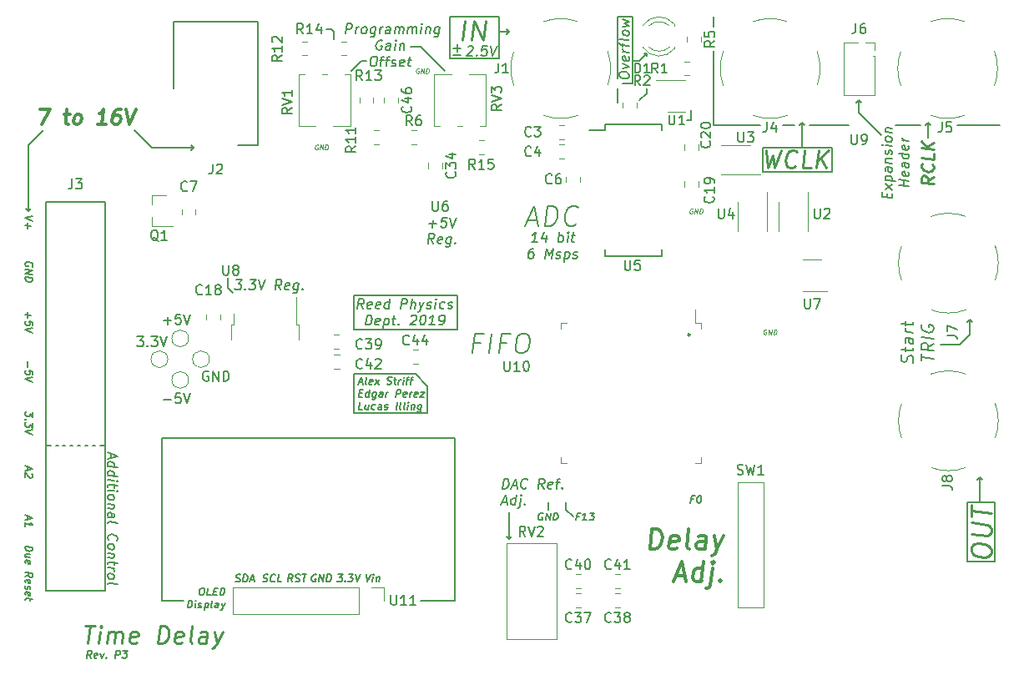
<source format=gbr>
G04 #@! TF.GenerationSoftware,KiCad,Pcbnew,(5.1.2)-1*
G04 #@! TF.CreationDate,2020-03-06T17:55:42-08:00*
G04 #@! TF.ProjectId,FIFO_P,4649464f-5f50-42e6-9b69-6361645f7063,rev?*
G04 #@! TF.SameCoordinates,Original*
G04 #@! TF.FileFunction,Legend,Top*
G04 #@! TF.FilePolarity,Positive*
%FSLAX46Y46*%
G04 Gerber Fmt 4.6, Leading zero omitted, Abs format (unit mm)*
G04 Created by KiCad (PCBNEW (5.1.2)-1) date 2020-03-06 17:55:42*
%MOMM*%
%LPD*%
G04 APERTURE LIST*
%ADD10C,0.100000*%
%ADD11C,0.150000*%
%ADD12C,0.200000*%
%ADD13C,0.250000*%
%ADD14C,0.300000*%
%ADD15C,0.120000*%
G04 APERTURE END LIST*
D10*
X100126547Y-79500000D02*
X100081904Y-79476190D01*
X100010476Y-79476190D01*
X99936071Y-79500000D01*
X99882500Y-79547619D01*
X99852738Y-79595238D01*
X99817023Y-79690476D01*
X99808095Y-79761904D01*
X99820000Y-79857142D01*
X99837857Y-79904761D01*
X99879523Y-79952380D01*
X99947976Y-79976190D01*
X99995595Y-79976190D01*
X100070000Y-79952380D01*
X100096785Y-79928571D01*
X100117619Y-79761904D01*
X100022380Y-79761904D01*
X100305119Y-79976190D02*
X100367619Y-79476190D01*
X100590833Y-79976190D01*
X100653333Y-79476190D01*
X100828928Y-79976190D02*
X100891428Y-79476190D01*
X101010476Y-79476190D01*
X101078928Y-79500000D01*
X101120595Y-79547619D01*
X101138452Y-79595238D01*
X101150357Y-79690476D01*
X101141428Y-79761904D01*
X101105714Y-79857142D01*
X101075952Y-79904761D01*
X101022380Y-79952380D01*
X100947976Y-79976190D01*
X100828928Y-79976190D01*
X110376547Y-71750000D02*
X110331904Y-71726190D01*
X110260476Y-71726190D01*
X110186071Y-71750000D01*
X110132500Y-71797619D01*
X110102738Y-71845238D01*
X110067023Y-71940476D01*
X110058095Y-72011904D01*
X110070000Y-72107142D01*
X110087857Y-72154761D01*
X110129523Y-72202380D01*
X110197976Y-72226190D01*
X110245595Y-72226190D01*
X110320000Y-72202380D01*
X110346785Y-72178571D01*
X110367619Y-72011904D01*
X110272380Y-72011904D01*
X110555119Y-72226190D02*
X110617619Y-71726190D01*
X110840833Y-72226190D01*
X110903333Y-71726190D01*
X111078928Y-72226190D02*
X111141428Y-71726190D01*
X111260476Y-71726190D01*
X111328928Y-71750000D01*
X111370595Y-71797619D01*
X111388452Y-71845238D01*
X111400357Y-71940476D01*
X111391428Y-72011904D01*
X111355714Y-72107142D01*
X111325952Y-72154761D01*
X111272380Y-72202380D01*
X111197976Y-72226190D01*
X111078928Y-72226190D01*
X138126547Y-86000000D02*
X138081904Y-85976190D01*
X138010476Y-85976190D01*
X137936071Y-86000000D01*
X137882500Y-86047619D01*
X137852738Y-86095238D01*
X137817023Y-86190476D01*
X137808095Y-86261904D01*
X137820000Y-86357142D01*
X137837857Y-86404761D01*
X137879523Y-86452380D01*
X137947976Y-86476190D01*
X137995595Y-86476190D01*
X138070000Y-86452380D01*
X138096785Y-86428571D01*
X138117619Y-86261904D01*
X138022380Y-86261904D01*
X138305119Y-86476190D02*
X138367619Y-85976190D01*
X138590833Y-86476190D01*
X138653333Y-85976190D01*
X138828928Y-86476190D02*
X138891428Y-85976190D01*
X139010476Y-85976190D01*
X139078928Y-86000000D01*
X139120595Y-86047619D01*
X139138452Y-86095238D01*
X139150357Y-86190476D01*
X139141428Y-86261904D01*
X139105714Y-86357142D01*
X139075952Y-86404761D01*
X139022380Y-86452380D01*
X138947976Y-86476190D01*
X138828928Y-86476190D01*
X145626547Y-98250000D02*
X145581904Y-98226190D01*
X145510476Y-98226190D01*
X145436071Y-98250000D01*
X145382500Y-98297619D01*
X145352738Y-98345238D01*
X145317023Y-98440476D01*
X145308095Y-98511904D01*
X145320000Y-98607142D01*
X145337857Y-98654761D01*
X145379523Y-98702380D01*
X145447976Y-98726190D01*
X145495595Y-98726190D01*
X145570000Y-98702380D01*
X145596785Y-98678571D01*
X145617619Y-98511904D01*
X145522380Y-98511904D01*
X145805119Y-98726190D02*
X145867619Y-98226190D01*
X146090833Y-98726190D01*
X146153333Y-98226190D01*
X146328928Y-98726190D02*
X146391428Y-98226190D01*
X146510476Y-98226190D01*
X146578928Y-98250000D01*
X146620595Y-98297619D01*
X146638452Y-98345238D01*
X146650357Y-98440476D01*
X146641428Y-98511904D01*
X146605714Y-98607142D01*
X146575952Y-98654761D01*
X146522380Y-98702380D01*
X146447976Y-98726190D01*
X146328928Y-98726190D01*
D11*
X155000000Y-75000000D02*
X155250000Y-75250000D01*
X155000000Y-75000000D02*
X154750000Y-75250000D01*
X155000000Y-76250000D02*
X155000000Y-75000000D01*
X133500000Y-74250000D02*
X132750000Y-75000000D01*
X133500000Y-73750000D02*
X133500000Y-74250000D01*
X138000000Y-77000000D02*
X138000000Y-76000000D01*
X137500000Y-77000000D02*
X138000000Y-77000000D01*
X132000000Y-71000000D02*
X132750000Y-71000000D01*
D12*
X102931666Y-68202380D02*
X103056666Y-67202380D01*
X103437619Y-67202380D01*
X103526904Y-67250000D01*
X103568571Y-67297619D01*
X103604285Y-67392857D01*
X103586428Y-67535714D01*
X103526904Y-67630952D01*
X103473333Y-67678571D01*
X103372142Y-67726190D01*
X102991190Y-67726190D01*
X103931666Y-68202380D02*
X104015000Y-67535714D01*
X103991190Y-67726190D02*
X104050714Y-67630952D01*
X104104285Y-67583333D01*
X104205476Y-67535714D01*
X104300714Y-67535714D01*
X104693571Y-68202380D02*
X104604285Y-68154761D01*
X104562619Y-68107142D01*
X104526904Y-68011904D01*
X104562619Y-67726190D01*
X104622142Y-67630952D01*
X104675714Y-67583333D01*
X104776904Y-67535714D01*
X104919761Y-67535714D01*
X105009047Y-67583333D01*
X105050714Y-67630952D01*
X105086428Y-67726190D01*
X105050714Y-68011904D01*
X104991190Y-68107142D01*
X104937619Y-68154761D01*
X104836428Y-68202380D01*
X104693571Y-68202380D01*
X105967380Y-67535714D02*
X105866190Y-68345238D01*
X105806666Y-68440476D01*
X105753095Y-68488095D01*
X105651904Y-68535714D01*
X105509047Y-68535714D01*
X105419761Y-68488095D01*
X105890000Y-68154761D02*
X105788809Y-68202380D01*
X105598333Y-68202380D01*
X105509047Y-68154761D01*
X105467380Y-68107142D01*
X105431666Y-68011904D01*
X105467380Y-67726190D01*
X105526904Y-67630952D01*
X105580476Y-67583333D01*
X105681666Y-67535714D01*
X105872142Y-67535714D01*
X105961428Y-67583333D01*
X106360238Y-68202380D02*
X106443571Y-67535714D01*
X106419761Y-67726190D02*
X106479285Y-67630952D01*
X106532857Y-67583333D01*
X106634047Y-67535714D01*
X106729285Y-67535714D01*
X107407857Y-68202380D02*
X107473333Y-67678571D01*
X107437619Y-67583333D01*
X107348333Y-67535714D01*
X107157857Y-67535714D01*
X107056666Y-67583333D01*
X107413809Y-68154761D02*
X107312619Y-68202380D01*
X107074523Y-68202380D01*
X106985238Y-68154761D01*
X106949523Y-68059523D01*
X106961428Y-67964285D01*
X107020952Y-67869047D01*
X107122142Y-67821428D01*
X107360238Y-67821428D01*
X107461428Y-67773809D01*
X107884047Y-68202380D02*
X107967380Y-67535714D01*
X107955476Y-67630952D02*
X108009047Y-67583333D01*
X108110238Y-67535714D01*
X108253095Y-67535714D01*
X108342380Y-67583333D01*
X108378095Y-67678571D01*
X108312619Y-68202380D01*
X108378095Y-67678571D02*
X108437619Y-67583333D01*
X108538809Y-67535714D01*
X108681666Y-67535714D01*
X108770952Y-67583333D01*
X108806666Y-67678571D01*
X108741190Y-68202380D01*
X109217380Y-68202380D02*
X109300714Y-67535714D01*
X109288809Y-67630952D02*
X109342380Y-67583333D01*
X109443571Y-67535714D01*
X109586428Y-67535714D01*
X109675714Y-67583333D01*
X109711428Y-67678571D01*
X109645952Y-68202380D01*
X109711428Y-67678571D02*
X109770952Y-67583333D01*
X109872142Y-67535714D01*
X110015000Y-67535714D01*
X110104285Y-67583333D01*
X110140000Y-67678571D01*
X110074523Y-68202380D01*
X110550714Y-68202380D02*
X110634047Y-67535714D01*
X110675714Y-67202380D02*
X110622142Y-67250000D01*
X110663809Y-67297619D01*
X110717380Y-67250000D01*
X110675714Y-67202380D01*
X110663809Y-67297619D01*
X111110238Y-67535714D02*
X111026904Y-68202380D01*
X111098333Y-67630952D02*
X111151904Y-67583333D01*
X111253095Y-67535714D01*
X111395952Y-67535714D01*
X111485238Y-67583333D01*
X111520952Y-67678571D01*
X111455476Y-68202380D01*
X112443571Y-67535714D02*
X112342380Y-68345238D01*
X112282857Y-68440476D01*
X112229285Y-68488095D01*
X112128095Y-68535714D01*
X111985238Y-68535714D01*
X111895952Y-68488095D01*
X112366190Y-68154761D02*
X112265000Y-68202380D01*
X112074523Y-68202380D01*
X111985238Y-68154761D01*
X111943571Y-68107142D01*
X111907857Y-68011904D01*
X111943571Y-67726190D01*
X112003095Y-67630952D01*
X112056666Y-67583333D01*
X112157857Y-67535714D01*
X112348333Y-67535714D01*
X112437619Y-67583333D01*
D11*
X70750000Y-86250000D02*
X71000000Y-86000000D01*
X70750000Y-86250000D02*
X70500000Y-86000000D01*
X70750000Y-79500000D02*
X70750000Y-86250000D01*
X72250000Y-78000000D02*
X70750000Y-79500000D01*
X79083333Y-110816681D02*
X79083333Y-111292872D01*
X78797619Y-110685729D02*
X79797619Y-111144062D01*
X78797619Y-111352395D01*
X78797619Y-112114300D02*
X79797619Y-112239300D01*
X78845238Y-112120252D02*
X78797619Y-112019062D01*
X78797619Y-111828586D01*
X78845238Y-111739300D01*
X78892857Y-111697633D01*
X78988095Y-111661919D01*
X79273809Y-111697633D01*
X79369047Y-111757157D01*
X79416666Y-111810729D01*
X79464285Y-111911919D01*
X79464285Y-112102395D01*
X79416666Y-112191681D01*
X78797619Y-113019062D02*
X79797619Y-113144062D01*
X78845238Y-113025014D02*
X78797619Y-112923824D01*
X78797619Y-112733348D01*
X78845238Y-112644062D01*
X78892857Y-112602395D01*
X78988095Y-112566681D01*
X79273809Y-112602395D01*
X79369047Y-112661919D01*
X79416666Y-112715491D01*
X79464285Y-112816681D01*
X79464285Y-113007157D01*
X79416666Y-113096443D01*
X78797619Y-113495252D02*
X79464285Y-113578586D01*
X79797619Y-113620252D02*
X79750000Y-113566681D01*
X79702380Y-113608348D01*
X79750000Y-113661919D01*
X79797619Y-113620252D01*
X79702380Y-113608348D01*
X79464285Y-113911919D02*
X79464285Y-114292872D01*
X79797619Y-114096443D02*
X78940476Y-113989300D01*
X78845238Y-114025014D01*
X78797619Y-114114300D01*
X78797619Y-114209538D01*
X78797619Y-114542872D02*
X79464285Y-114626205D01*
X79797619Y-114667872D02*
X79750000Y-114614300D01*
X79702380Y-114655967D01*
X79750000Y-114709538D01*
X79797619Y-114667872D01*
X79702380Y-114655967D01*
X78797619Y-115161919D02*
X78845238Y-115072633D01*
X78892857Y-115030967D01*
X78988095Y-114995252D01*
X79273809Y-115030967D01*
X79369047Y-115090491D01*
X79416666Y-115144062D01*
X79464285Y-115245252D01*
X79464285Y-115388110D01*
X79416666Y-115477395D01*
X79369047Y-115519062D01*
X79273809Y-115554776D01*
X78988095Y-115519062D01*
X78892857Y-115459538D01*
X78845238Y-115405967D01*
X78797619Y-115304776D01*
X78797619Y-115161919D01*
X79464285Y-116007157D02*
X78797619Y-115923824D01*
X79369047Y-115995252D02*
X79416666Y-116048824D01*
X79464285Y-116150014D01*
X79464285Y-116292872D01*
X79416666Y-116382157D01*
X79321428Y-116417872D01*
X78797619Y-116352395D01*
X78797619Y-117257157D02*
X79321428Y-117322633D01*
X79416666Y-117286919D01*
X79464285Y-117197633D01*
X79464285Y-117007157D01*
X79416666Y-116905967D01*
X78845238Y-117263110D02*
X78797619Y-117161919D01*
X78797619Y-116923824D01*
X78845238Y-116834538D01*
X78940476Y-116798824D01*
X79035714Y-116810729D01*
X79130952Y-116870252D01*
X79178571Y-116971443D01*
X79178571Y-117209538D01*
X79226190Y-117310729D01*
X78797619Y-117876205D02*
X78845238Y-117786919D01*
X78940476Y-117751205D01*
X79797619Y-117858348D01*
X78892857Y-119602395D02*
X78845238Y-119548824D01*
X78797619Y-119400014D01*
X78797619Y-119304776D01*
X78845238Y-119167872D01*
X78940476Y-119084538D01*
X79035714Y-119048824D01*
X79226190Y-119025014D01*
X79369047Y-119042872D01*
X79559523Y-119114300D01*
X79654761Y-119173824D01*
X79750000Y-119280967D01*
X79797619Y-119429776D01*
X79797619Y-119525014D01*
X79750000Y-119661919D01*
X79702380Y-119703586D01*
X78797619Y-120161919D02*
X78845238Y-120072633D01*
X78892857Y-120030967D01*
X78988095Y-119995252D01*
X79273809Y-120030967D01*
X79369047Y-120090491D01*
X79416666Y-120144062D01*
X79464285Y-120245252D01*
X79464285Y-120388110D01*
X79416666Y-120477395D01*
X79369047Y-120519062D01*
X79273809Y-120554776D01*
X78988095Y-120519062D01*
X78892857Y-120459538D01*
X78845238Y-120405967D01*
X78797619Y-120304776D01*
X78797619Y-120161919D01*
X79464285Y-121007157D02*
X78797619Y-120923824D01*
X79369047Y-120995252D02*
X79416666Y-121048824D01*
X79464285Y-121150014D01*
X79464285Y-121292872D01*
X79416666Y-121382157D01*
X79321428Y-121417872D01*
X78797619Y-121352395D01*
X79464285Y-121769062D02*
X79464285Y-122150014D01*
X79797619Y-121953586D02*
X78940476Y-121846443D01*
X78845238Y-121882157D01*
X78797619Y-121971443D01*
X78797619Y-122066681D01*
X78797619Y-122400014D02*
X79464285Y-122483348D01*
X79273809Y-122459538D02*
X79369047Y-122519062D01*
X79416666Y-122572633D01*
X79464285Y-122673824D01*
X79464285Y-122769062D01*
X78797619Y-123161919D02*
X78845238Y-123072633D01*
X78892857Y-123030967D01*
X78988095Y-122995252D01*
X79273809Y-123030967D01*
X79369047Y-123090491D01*
X79416666Y-123144062D01*
X79464285Y-123245252D01*
X79464285Y-123388110D01*
X79416666Y-123477395D01*
X79369047Y-123519062D01*
X79273809Y-123554776D01*
X78988095Y-123519062D01*
X78892857Y-123459538D01*
X78845238Y-123405967D01*
X78797619Y-123304776D01*
X78797619Y-123161919D01*
X78797619Y-124066681D02*
X78845238Y-123977395D01*
X78940476Y-123941681D01*
X79797619Y-124048824D01*
X78500000Y-110000000D02*
X78000000Y-110000000D01*
X77250000Y-110000000D02*
X77500000Y-110000000D01*
X76500000Y-110000000D02*
X76750000Y-110000000D01*
X75750000Y-110000000D02*
X76000000Y-110000000D01*
X75000000Y-110000000D02*
X75250000Y-110000000D01*
X74250000Y-110000000D02*
X74500000Y-110000000D01*
X73500000Y-110000000D02*
X73750000Y-110000000D01*
X72500000Y-110000000D02*
X73000000Y-110000000D01*
X72500000Y-124750000D02*
X72500000Y-85250000D01*
X78500000Y-124750000D02*
X72500000Y-124750000D01*
X78500000Y-85250000D02*
X78500000Y-124750000D01*
X72500000Y-85250000D02*
X78500000Y-85250000D01*
X94000000Y-79500000D02*
X92000000Y-79500000D01*
X94000000Y-67000000D02*
X94000000Y-79500000D01*
X85500000Y-67000000D02*
X94000000Y-67000000D01*
X85500000Y-73750000D02*
X85500000Y-67000000D01*
X77100535Y-131589285D02*
X76895178Y-131232142D01*
X76671964Y-131589285D02*
X76765714Y-130839285D01*
X77051428Y-130839285D01*
X77118392Y-130875000D01*
X77149642Y-130910714D01*
X77176428Y-130982142D01*
X77163035Y-131089285D01*
X77118392Y-131160714D01*
X77078214Y-131196428D01*
X77002321Y-131232142D01*
X76716607Y-131232142D01*
X77712142Y-131553571D02*
X77636250Y-131589285D01*
X77493392Y-131589285D01*
X77426428Y-131553571D01*
X77399642Y-131482142D01*
X77435357Y-131196428D01*
X77480000Y-131125000D01*
X77555892Y-131089285D01*
X77698750Y-131089285D01*
X77765714Y-131125000D01*
X77792500Y-131196428D01*
X77783571Y-131267857D01*
X77417500Y-131339285D01*
X78055892Y-131089285D02*
X78171964Y-131589285D01*
X78413035Y-131089285D01*
X78645178Y-131517857D02*
X78676428Y-131553571D01*
X78636250Y-131589285D01*
X78605000Y-131553571D01*
X78645178Y-131517857D01*
X78636250Y-131589285D01*
X79564821Y-131589285D02*
X79658571Y-130839285D01*
X79944285Y-130839285D01*
X80011250Y-130875000D01*
X80042500Y-130910714D01*
X80069285Y-130982142D01*
X80055892Y-131089285D01*
X80011250Y-131160714D01*
X79971071Y-131196428D01*
X79895178Y-131232142D01*
X79609464Y-131232142D01*
X80337142Y-130839285D02*
X80801428Y-130839285D01*
X80515714Y-131125000D01*
X80622857Y-131125000D01*
X80689821Y-131160714D01*
X80721071Y-131196428D01*
X80747857Y-131267857D01*
X80725535Y-131446428D01*
X80680892Y-131517857D01*
X80640714Y-131553571D01*
X80564821Y-131589285D01*
X80350535Y-131589285D01*
X80283571Y-131553571D01*
X80252321Y-131517857D01*
X152250000Y-82250000D02*
X152250000Y-79750000D01*
X145250000Y-82250000D02*
X152250000Y-82250000D01*
X145250000Y-79750000D02*
X145250000Y-82250000D01*
X152250000Y-79750000D02*
X145250000Y-79750000D01*
X166000000Y-115750000D02*
X168750000Y-115750000D01*
X166000000Y-121750000D02*
X166000000Y-115750000D01*
X168750000Y-121750000D02*
X166000000Y-121750000D01*
X168750000Y-115750000D02*
X168750000Y-121750000D01*
X131000000Y-73250000D02*
X132000000Y-73250000D01*
X132000000Y-66500000D02*
X130500000Y-66500000D01*
X132000000Y-73250000D02*
X132000000Y-66500000D01*
X130500000Y-73750000D02*
X130500000Y-75250000D01*
X130500000Y-66500000D02*
X130500000Y-72750000D01*
X118500000Y-66500000D02*
X113500000Y-66500000D01*
X118500000Y-70750000D02*
X118500000Y-66500000D01*
X113500000Y-70750000D02*
X118500000Y-70750000D01*
X113500000Y-66500000D02*
X113500000Y-70750000D01*
X110000000Y-102750000D02*
X103750000Y-102750000D01*
X111250000Y-104000000D02*
X110000000Y-102750000D01*
X111250000Y-106750000D02*
X111250000Y-104000000D01*
X103750000Y-106750000D02*
X111250000Y-106750000D01*
X103750000Y-102750000D02*
X103750000Y-106750000D01*
X104271607Y-103600000D02*
X104628750Y-103600000D01*
X104173392Y-103814285D02*
X104517142Y-103064285D01*
X104673392Y-103814285D01*
X105030535Y-103814285D02*
X104963571Y-103778571D01*
X104936785Y-103707142D01*
X105017142Y-103064285D01*
X105606428Y-103778571D02*
X105530535Y-103814285D01*
X105387678Y-103814285D01*
X105320714Y-103778571D01*
X105293928Y-103707142D01*
X105329642Y-103421428D01*
X105374285Y-103350000D01*
X105450178Y-103314285D01*
X105593035Y-103314285D01*
X105660000Y-103350000D01*
X105686785Y-103421428D01*
X105677857Y-103492857D01*
X105311785Y-103564285D01*
X105887678Y-103814285D02*
X106343035Y-103314285D01*
X105950178Y-103314285D02*
X106280535Y-103814285D01*
X107106428Y-103778571D02*
X107209107Y-103814285D01*
X107387678Y-103814285D01*
X107463571Y-103778571D01*
X107503750Y-103742857D01*
X107548392Y-103671428D01*
X107557321Y-103600000D01*
X107530535Y-103528571D01*
X107499285Y-103492857D01*
X107432321Y-103457142D01*
X107293928Y-103421428D01*
X107226964Y-103385714D01*
X107195714Y-103350000D01*
X107168928Y-103278571D01*
X107177857Y-103207142D01*
X107222500Y-103135714D01*
X107262678Y-103100000D01*
X107338571Y-103064285D01*
X107517142Y-103064285D01*
X107619821Y-103100000D01*
X107807321Y-103314285D02*
X108093035Y-103314285D01*
X107945714Y-103064285D02*
X107865357Y-103707142D01*
X107892142Y-103778571D01*
X107959107Y-103814285D01*
X108030535Y-103814285D01*
X108280535Y-103814285D02*
X108343035Y-103314285D01*
X108325178Y-103457142D02*
X108369821Y-103385714D01*
X108410000Y-103350000D01*
X108485892Y-103314285D01*
X108557321Y-103314285D01*
X108744821Y-103814285D02*
X108807321Y-103314285D01*
X108838571Y-103064285D02*
X108798392Y-103100000D01*
X108829642Y-103135714D01*
X108869821Y-103100000D01*
X108838571Y-103064285D01*
X108829642Y-103135714D01*
X109057321Y-103314285D02*
X109343035Y-103314285D01*
X109101964Y-103814285D02*
X109182321Y-103171428D01*
X109226964Y-103100000D01*
X109302857Y-103064285D01*
X109374285Y-103064285D01*
X109485892Y-103314285D02*
X109771607Y-103314285D01*
X109530535Y-103814285D02*
X109610892Y-103171428D01*
X109655535Y-103100000D01*
X109731428Y-103064285D01*
X109802857Y-103064285D01*
X104329642Y-104696428D02*
X104579642Y-104696428D01*
X104637678Y-105089285D02*
X104280535Y-105089285D01*
X104374285Y-104339285D01*
X104731428Y-104339285D01*
X105280535Y-105089285D02*
X105374285Y-104339285D01*
X105285000Y-105053571D02*
X105209107Y-105089285D01*
X105066250Y-105089285D01*
X104999285Y-105053571D01*
X104968035Y-105017857D01*
X104941250Y-104946428D01*
X104968035Y-104732142D01*
X105012678Y-104660714D01*
X105052857Y-104625000D01*
X105128750Y-104589285D01*
X105271607Y-104589285D01*
X105338571Y-104625000D01*
X106021607Y-104589285D02*
X105945714Y-105196428D01*
X105901071Y-105267857D01*
X105860892Y-105303571D01*
X105785000Y-105339285D01*
X105677857Y-105339285D01*
X105610892Y-105303571D01*
X105963571Y-105053571D02*
X105887678Y-105089285D01*
X105744821Y-105089285D01*
X105677857Y-105053571D01*
X105646607Y-105017857D01*
X105619821Y-104946428D01*
X105646607Y-104732142D01*
X105691250Y-104660714D01*
X105731428Y-104625000D01*
X105807321Y-104589285D01*
X105950178Y-104589285D01*
X106017142Y-104625000D01*
X106637678Y-105089285D02*
X106686785Y-104696428D01*
X106660000Y-104625000D01*
X106593035Y-104589285D01*
X106450178Y-104589285D01*
X106374285Y-104625000D01*
X106642142Y-105053571D02*
X106566250Y-105089285D01*
X106387678Y-105089285D01*
X106320714Y-105053571D01*
X106293928Y-104982142D01*
X106302857Y-104910714D01*
X106347500Y-104839285D01*
X106423392Y-104803571D01*
X106601964Y-104803571D01*
X106677857Y-104767857D01*
X106994821Y-105089285D02*
X107057321Y-104589285D01*
X107039464Y-104732142D02*
X107084107Y-104660714D01*
X107124285Y-104625000D01*
X107200178Y-104589285D01*
X107271607Y-104589285D01*
X108030535Y-105089285D02*
X108124285Y-104339285D01*
X108410000Y-104339285D01*
X108476964Y-104375000D01*
X108508214Y-104410714D01*
X108535000Y-104482142D01*
X108521607Y-104589285D01*
X108476964Y-104660714D01*
X108436785Y-104696428D01*
X108360892Y-104732142D01*
X108075178Y-104732142D01*
X109070714Y-105053571D02*
X108994821Y-105089285D01*
X108851964Y-105089285D01*
X108785000Y-105053571D01*
X108758214Y-104982142D01*
X108793928Y-104696428D01*
X108838571Y-104625000D01*
X108914464Y-104589285D01*
X109057321Y-104589285D01*
X109124285Y-104625000D01*
X109151071Y-104696428D01*
X109142142Y-104767857D01*
X108776071Y-104839285D01*
X109423392Y-105089285D02*
X109485892Y-104589285D01*
X109468035Y-104732142D02*
X109512678Y-104660714D01*
X109552857Y-104625000D01*
X109628750Y-104589285D01*
X109700178Y-104589285D01*
X110177857Y-105053571D02*
X110101964Y-105089285D01*
X109959107Y-105089285D01*
X109892142Y-105053571D01*
X109865357Y-104982142D01*
X109901071Y-104696428D01*
X109945714Y-104625000D01*
X110021607Y-104589285D01*
X110164464Y-104589285D01*
X110231428Y-104625000D01*
X110258214Y-104696428D01*
X110249285Y-104767857D01*
X109883214Y-104839285D01*
X110521607Y-104589285D02*
X110914464Y-104589285D01*
X110459107Y-105089285D01*
X110851964Y-105089285D01*
X104637678Y-106364285D02*
X104280535Y-106364285D01*
X104374285Y-105614285D01*
X105271607Y-105864285D02*
X105209107Y-106364285D01*
X104950178Y-105864285D02*
X104901071Y-106257142D01*
X104927857Y-106328571D01*
X104994821Y-106364285D01*
X105101964Y-106364285D01*
X105177857Y-106328571D01*
X105218035Y-106292857D01*
X105892142Y-106328571D02*
X105816250Y-106364285D01*
X105673392Y-106364285D01*
X105606428Y-106328571D01*
X105575178Y-106292857D01*
X105548392Y-106221428D01*
X105575178Y-106007142D01*
X105619821Y-105935714D01*
X105660000Y-105900000D01*
X105735892Y-105864285D01*
X105878750Y-105864285D01*
X105945714Y-105900000D01*
X106530535Y-106364285D02*
X106579642Y-105971428D01*
X106552857Y-105900000D01*
X106485892Y-105864285D01*
X106343035Y-105864285D01*
X106267142Y-105900000D01*
X106535000Y-106328571D02*
X106459107Y-106364285D01*
X106280535Y-106364285D01*
X106213571Y-106328571D01*
X106186785Y-106257142D01*
X106195714Y-106185714D01*
X106240357Y-106114285D01*
X106316250Y-106078571D01*
X106494821Y-106078571D01*
X106570714Y-106042857D01*
X106856428Y-106328571D02*
X106923392Y-106364285D01*
X107066250Y-106364285D01*
X107142142Y-106328571D01*
X107186785Y-106257142D01*
X107191250Y-106221428D01*
X107164464Y-106150000D01*
X107097500Y-106114285D01*
X106990357Y-106114285D01*
X106923392Y-106078571D01*
X106896607Y-106007142D01*
X106901071Y-105971428D01*
X106945714Y-105900000D01*
X107021607Y-105864285D01*
X107128750Y-105864285D01*
X107195714Y-105900000D01*
X108066250Y-106364285D02*
X108160000Y-105614285D01*
X108530535Y-106364285D02*
X108463571Y-106328571D01*
X108436785Y-106257142D01*
X108517142Y-105614285D01*
X108923392Y-106364285D02*
X108856428Y-106328571D01*
X108829642Y-106257142D01*
X108910000Y-105614285D01*
X109209107Y-106364285D02*
X109271607Y-105864285D01*
X109302857Y-105614285D02*
X109262678Y-105650000D01*
X109293928Y-105685714D01*
X109334107Y-105650000D01*
X109302857Y-105614285D01*
X109293928Y-105685714D01*
X109628750Y-105864285D02*
X109566250Y-106364285D01*
X109619821Y-105935714D02*
X109660000Y-105900000D01*
X109735892Y-105864285D01*
X109843035Y-105864285D01*
X109910000Y-105900000D01*
X109936785Y-105971428D01*
X109887678Y-106364285D01*
X110628750Y-105864285D02*
X110552857Y-106471428D01*
X110508214Y-106542857D01*
X110468035Y-106578571D01*
X110392142Y-106614285D01*
X110285000Y-106614285D01*
X110218035Y-106578571D01*
X110570714Y-106328571D02*
X110494821Y-106364285D01*
X110351964Y-106364285D01*
X110285000Y-106328571D01*
X110253750Y-106292857D01*
X110226964Y-106221428D01*
X110253750Y-106007142D01*
X110298392Y-105935714D01*
X110338571Y-105900000D01*
X110414464Y-105864285D01*
X110557321Y-105864285D01*
X110624285Y-105900000D01*
X103750000Y-98250000D02*
X103750000Y-94750000D01*
X114250000Y-98250000D02*
X103750000Y-98250000D01*
X114250000Y-94750000D02*
X114250000Y-98250000D01*
X103750000Y-94750000D02*
X114250000Y-94750000D01*
X104709538Y-96127380D02*
X104435729Y-95651190D01*
X104138110Y-96127380D02*
X104263110Y-95127380D01*
X104644062Y-95127380D01*
X104733348Y-95175000D01*
X104775014Y-95222619D01*
X104810729Y-95317857D01*
X104792872Y-95460714D01*
X104733348Y-95555952D01*
X104679776Y-95603571D01*
X104578586Y-95651190D01*
X104197633Y-95651190D01*
X105525014Y-96079761D02*
X105423824Y-96127380D01*
X105233348Y-96127380D01*
X105144062Y-96079761D01*
X105108348Y-95984523D01*
X105155967Y-95603571D01*
X105215491Y-95508333D01*
X105316681Y-95460714D01*
X105507157Y-95460714D01*
X105596443Y-95508333D01*
X105632157Y-95603571D01*
X105620252Y-95698809D01*
X105132157Y-95794047D01*
X106382157Y-96079761D02*
X106280967Y-96127380D01*
X106090491Y-96127380D01*
X106001205Y-96079761D01*
X105965491Y-95984523D01*
X106013110Y-95603571D01*
X106072633Y-95508333D01*
X106173824Y-95460714D01*
X106364300Y-95460714D01*
X106453586Y-95508333D01*
X106489300Y-95603571D01*
X106477395Y-95698809D01*
X105989300Y-95794047D01*
X107280967Y-96127380D02*
X107405967Y-95127380D01*
X107286919Y-96079761D02*
X107185729Y-96127380D01*
X106995252Y-96127380D01*
X106905967Y-96079761D01*
X106864300Y-96032142D01*
X106828586Y-95936904D01*
X106864300Y-95651190D01*
X106923824Y-95555952D01*
X106977395Y-95508333D01*
X107078586Y-95460714D01*
X107269062Y-95460714D01*
X107358348Y-95508333D01*
X108519062Y-96127380D02*
X108644062Y-95127380D01*
X109025014Y-95127380D01*
X109114300Y-95175000D01*
X109155967Y-95222619D01*
X109191681Y-95317857D01*
X109173824Y-95460714D01*
X109114300Y-95555952D01*
X109060729Y-95603571D01*
X108959538Y-95651190D01*
X108578586Y-95651190D01*
X109519062Y-96127380D02*
X109644062Y-95127380D01*
X109947633Y-96127380D02*
X110013110Y-95603571D01*
X109977395Y-95508333D01*
X109888110Y-95460714D01*
X109745252Y-95460714D01*
X109644062Y-95508333D01*
X109590491Y-95555952D01*
X110411919Y-95460714D02*
X110566681Y-96127380D01*
X110888110Y-95460714D02*
X110566681Y-96127380D01*
X110441681Y-96365476D01*
X110388110Y-96413095D01*
X110286919Y-96460714D01*
X111144062Y-96079761D02*
X111233348Y-96127380D01*
X111423824Y-96127380D01*
X111525014Y-96079761D01*
X111584538Y-95984523D01*
X111590491Y-95936904D01*
X111554776Y-95841666D01*
X111465491Y-95794047D01*
X111322633Y-95794047D01*
X111233348Y-95746428D01*
X111197633Y-95651190D01*
X111203586Y-95603571D01*
X111263110Y-95508333D01*
X111364300Y-95460714D01*
X111507157Y-95460714D01*
X111596443Y-95508333D01*
X111995252Y-96127380D02*
X112078586Y-95460714D01*
X112120252Y-95127380D02*
X112066681Y-95175000D01*
X112108348Y-95222619D01*
X112161919Y-95175000D01*
X112120252Y-95127380D01*
X112108348Y-95222619D01*
X112905967Y-96079761D02*
X112804776Y-96127380D01*
X112614300Y-96127380D01*
X112525014Y-96079761D01*
X112483348Y-96032142D01*
X112447633Y-95936904D01*
X112483348Y-95651190D01*
X112542872Y-95555952D01*
X112596443Y-95508333D01*
X112697633Y-95460714D01*
X112888110Y-95460714D01*
X112977395Y-95508333D01*
X113286919Y-96079761D02*
X113376205Y-96127380D01*
X113566681Y-96127380D01*
X113667872Y-96079761D01*
X113727395Y-95984523D01*
X113733348Y-95936904D01*
X113697633Y-95841666D01*
X113608348Y-95794047D01*
X113465491Y-95794047D01*
X113376205Y-95746428D01*
X113340491Y-95651190D01*
X113346443Y-95603571D01*
X113405967Y-95508333D01*
X113507157Y-95460714D01*
X113650014Y-95460714D01*
X113739300Y-95508333D01*
X104947633Y-97777380D02*
X105072633Y-96777380D01*
X105310729Y-96777380D01*
X105447633Y-96825000D01*
X105530967Y-96920238D01*
X105566681Y-97015476D01*
X105590491Y-97205952D01*
X105572633Y-97348809D01*
X105501205Y-97539285D01*
X105441681Y-97634523D01*
X105334538Y-97729761D01*
X105185729Y-97777380D01*
X104947633Y-97777380D01*
X106334538Y-97729761D02*
X106233348Y-97777380D01*
X106042872Y-97777380D01*
X105953586Y-97729761D01*
X105917872Y-97634523D01*
X105965491Y-97253571D01*
X106025014Y-97158333D01*
X106126205Y-97110714D01*
X106316681Y-97110714D01*
X106405967Y-97158333D01*
X106441681Y-97253571D01*
X106429776Y-97348809D01*
X105941681Y-97444047D01*
X106888110Y-97110714D02*
X106763110Y-98110714D01*
X106882157Y-97158333D02*
X106983348Y-97110714D01*
X107173824Y-97110714D01*
X107263110Y-97158333D01*
X107304776Y-97205952D01*
X107340491Y-97301190D01*
X107304776Y-97586904D01*
X107245252Y-97682142D01*
X107191681Y-97729761D01*
X107090491Y-97777380D01*
X106900014Y-97777380D01*
X106810729Y-97729761D01*
X107650014Y-97110714D02*
X108030967Y-97110714D01*
X107834538Y-96777380D02*
X107727395Y-97634523D01*
X107763110Y-97729761D01*
X107852395Y-97777380D01*
X107947633Y-97777380D01*
X108292872Y-97682142D02*
X108334538Y-97729761D01*
X108280967Y-97777380D01*
X108239300Y-97729761D01*
X108292872Y-97682142D01*
X108280967Y-97777380D01*
X109584538Y-96872619D02*
X109638110Y-96825000D01*
X109739300Y-96777380D01*
X109977395Y-96777380D01*
X110066681Y-96825000D01*
X110108348Y-96872619D01*
X110144062Y-96967857D01*
X110132157Y-97063095D01*
X110066681Y-97205952D01*
X109423824Y-97777380D01*
X110042872Y-97777380D01*
X110786919Y-96777380D02*
X110882157Y-96777380D01*
X110971443Y-96825000D01*
X111013110Y-96872619D01*
X111048824Y-96967857D01*
X111072633Y-97158333D01*
X111042872Y-97396428D01*
X110971443Y-97586904D01*
X110911919Y-97682142D01*
X110858348Y-97729761D01*
X110757157Y-97777380D01*
X110661919Y-97777380D01*
X110572633Y-97729761D01*
X110530967Y-97682142D01*
X110495252Y-97586904D01*
X110471443Y-97396428D01*
X110501205Y-97158333D01*
X110572633Y-96967857D01*
X110632157Y-96872619D01*
X110685729Y-96825000D01*
X110786919Y-96777380D01*
X111947633Y-97777380D02*
X111376205Y-97777380D01*
X111661919Y-97777380D02*
X111786919Y-96777380D01*
X111673824Y-96920238D01*
X111566681Y-97015476D01*
X111465491Y-97063095D01*
X112423824Y-97777380D02*
X112614300Y-97777380D01*
X112715491Y-97729761D01*
X112769062Y-97682142D01*
X112882157Y-97539285D01*
X112953586Y-97348809D01*
X113001205Y-96967857D01*
X112965491Y-96872619D01*
X112923824Y-96825000D01*
X112834538Y-96777380D01*
X112644062Y-96777380D01*
X112542872Y-96825000D01*
X112489300Y-96872619D01*
X112429776Y-96967857D01*
X112400014Y-97205952D01*
X112435729Y-97301190D01*
X112477395Y-97348809D01*
X112566681Y-97396428D01*
X112757157Y-97396428D01*
X112858348Y-97348809D01*
X112911919Y-97301190D01*
X112971443Y-97205952D01*
X84250000Y-125750000D02*
X86500000Y-125750000D01*
X84250000Y-109250000D02*
X84250000Y-125750000D01*
X114000000Y-109250000D02*
X84250000Y-109250000D01*
X114000000Y-125750000D02*
X114000000Y-109250000D01*
X110500000Y-125750000D02*
X114000000Y-125750000D01*
X165000000Y-77500000D02*
X169250000Y-77500000D01*
X158750000Y-77500000D02*
X161250000Y-77500000D01*
X150000000Y-77500000D02*
X154000000Y-77500000D01*
X147250000Y-77500000D02*
X148500000Y-77500000D01*
X140250000Y-77500000D02*
X145000000Y-77500000D01*
X140250000Y-70000000D02*
X140250000Y-77500000D01*
X140250000Y-66500000D02*
X140250000Y-67500000D01*
X157250000Y-78500000D02*
X155000000Y-76250000D01*
D12*
X157828571Y-84812380D02*
X157828571Y-84479047D01*
X158352380Y-84401666D02*
X158352380Y-84877857D01*
X157352380Y-84752857D01*
X157352380Y-84276666D01*
X158352380Y-84068333D02*
X157685714Y-83461190D01*
X157685714Y-83985000D02*
X158352380Y-83544523D01*
X157685714Y-83080238D02*
X158685714Y-83205238D01*
X157733333Y-83086190D02*
X157685714Y-82985000D01*
X157685714Y-82794523D01*
X157733333Y-82705238D01*
X157780952Y-82663571D01*
X157876190Y-82627857D01*
X158161904Y-82663571D01*
X158257142Y-82723095D01*
X158304761Y-82776666D01*
X158352380Y-82877857D01*
X158352380Y-83068333D01*
X158304761Y-83157619D01*
X158352380Y-81830238D02*
X157828571Y-81764761D01*
X157733333Y-81800476D01*
X157685714Y-81889761D01*
X157685714Y-82080238D01*
X157733333Y-82181428D01*
X158304761Y-81824285D02*
X158352380Y-81925476D01*
X158352380Y-82163571D01*
X158304761Y-82252857D01*
X158209523Y-82288571D01*
X158114285Y-82276666D01*
X158019047Y-82217142D01*
X157971428Y-82115952D01*
X157971428Y-81877857D01*
X157923809Y-81776666D01*
X157685714Y-81270714D02*
X158352380Y-81354047D01*
X157780952Y-81282619D02*
X157733333Y-81229047D01*
X157685714Y-81127857D01*
X157685714Y-80985000D01*
X157733333Y-80895714D01*
X157828571Y-80860000D01*
X158352380Y-80925476D01*
X158304761Y-80490952D02*
X158352380Y-80401666D01*
X158352380Y-80211190D01*
X158304761Y-80110000D01*
X158209523Y-80050476D01*
X158161904Y-80044523D01*
X158066666Y-80080238D01*
X158019047Y-80169523D01*
X158019047Y-80312380D01*
X157971428Y-80401666D01*
X157876190Y-80437380D01*
X157828571Y-80431428D01*
X157733333Y-80371904D01*
X157685714Y-80270714D01*
X157685714Y-80127857D01*
X157733333Y-80038571D01*
X158352380Y-79639761D02*
X157685714Y-79556428D01*
X157352380Y-79514761D02*
X157400000Y-79568333D01*
X157447619Y-79526666D01*
X157400000Y-79473095D01*
X157352380Y-79514761D01*
X157447619Y-79526666D01*
X158352380Y-79020714D02*
X158304761Y-79110000D01*
X158257142Y-79151666D01*
X158161904Y-79187380D01*
X157876190Y-79151666D01*
X157780952Y-79092142D01*
X157733333Y-79038571D01*
X157685714Y-78937380D01*
X157685714Y-78794523D01*
X157733333Y-78705238D01*
X157780952Y-78663571D01*
X157876190Y-78627857D01*
X158161904Y-78663571D01*
X158257142Y-78723095D01*
X158304761Y-78776666D01*
X158352380Y-78877857D01*
X158352380Y-79020714D01*
X157685714Y-78175476D02*
X158352380Y-78258809D01*
X157780952Y-78187380D02*
X157733333Y-78133809D01*
X157685714Y-78032619D01*
X157685714Y-77889761D01*
X157733333Y-77800476D01*
X157828571Y-77764761D01*
X158352380Y-77830238D01*
X160052380Y-83711190D02*
X159052380Y-83586190D01*
X159528571Y-83645714D02*
X159528571Y-83074285D01*
X160052380Y-83139761D02*
X159052380Y-83014761D01*
X160004761Y-82276666D02*
X160052380Y-82377857D01*
X160052380Y-82568333D01*
X160004761Y-82657619D01*
X159909523Y-82693333D01*
X159528571Y-82645714D01*
X159433333Y-82586190D01*
X159385714Y-82485000D01*
X159385714Y-82294523D01*
X159433333Y-82205238D01*
X159528571Y-82169523D01*
X159623809Y-82181428D01*
X159719047Y-82669523D01*
X160052380Y-81377857D02*
X159528571Y-81312380D01*
X159433333Y-81348095D01*
X159385714Y-81437380D01*
X159385714Y-81627857D01*
X159433333Y-81729047D01*
X160004761Y-81371904D02*
X160052380Y-81473095D01*
X160052380Y-81711190D01*
X160004761Y-81800476D01*
X159909523Y-81836190D01*
X159814285Y-81824285D01*
X159719047Y-81764761D01*
X159671428Y-81663571D01*
X159671428Y-81425476D01*
X159623809Y-81324285D01*
X160052380Y-80473095D02*
X159052380Y-80348095D01*
X160004761Y-80467142D02*
X160052380Y-80568333D01*
X160052380Y-80758809D01*
X160004761Y-80848095D01*
X159957142Y-80889761D01*
X159861904Y-80925476D01*
X159576190Y-80889761D01*
X159480952Y-80830238D01*
X159433333Y-80776666D01*
X159385714Y-80675476D01*
X159385714Y-80485000D01*
X159433333Y-80395714D01*
X160004761Y-79610000D02*
X160052380Y-79711190D01*
X160052380Y-79901666D01*
X160004761Y-79990952D01*
X159909523Y-80026666D01*
X159528571Y-79979047D01*
X159433333Y-79919523D01*
X159385714Y-79818333D01*
X159385714Y-79627857D01*
X159433333Y-79538571D01*
X159528571Y-79502857D01*
X159623809Y-79514761D01*
X159719047Y-80002857D01*
X160052380Y-79139761D02*
X159385714Y-79056428D01*
X159576190Y-79080238D02*
X159480952Y-79020714D01*
X159433333Y-78967142D01*
X159385714Y-78865952D01*
X159385714Y-78770714D01*
D13*
X76503125Y-128291666D02*
X77503125Y-128291666D01*
X76784375Y-130041666D02*
X77003125Y-128291666D01*
X77867708Y-130041666D02*
X78013541Y-128875000D01*
X78086458Y-128291666D02*
X77992708Y-128375000D01*
X78065625Y-128458333D01*
X78159375Y-128375000D01*
X78086458Y-128291666D01*
X78065625Y-128458333D01*
X78701041Y-130041666D02*
X78846875Y-128875000D01*
X78826041Y-129041666D02*
X78919791Y-128958333D01*
X79096875Y-128875000D01*
X79346875Y-128875000D01*
X79503125Y-128958333D01*
X79565625Y-129125000D01*
X79451041Y-130041666D01*
X79565625Y-129125000D02*
X79669791Y-128958333D01*
X79846875Y-128875000D01*
X80096875Y-128875000D01*
X80253125Y-128958333D01*
X80315625Y-129125000D01*
X80201041Y-130041666D01*
X81711458Y-129958333D02*
X81534375Y-130041666D01*
X81201041Y-130041666D01*
X81044791Y-129958333D01*
X80982291Y-129791666D01*
X81065625Y-129125000D01*
X81169791Y-128958333D01*
X81346875Y-128875000D01*
X81680208Y-128875000D01*
X81836458Y-128958333D01*
X81898958Y-129125000D01*
X81878125Y-129291666D01*
X81023958Y-129458333D01*
X83867708Y-130041666D02*
X84086458Y-128291666D01*
X84503125Y-128291666D01*
X84742708Y-128375000D01*
X84888541Y-128541666D01*
X84951041Y-128708333D01*
X84992708Y-129041666D01*
X84961458Y-129291666D01*
X84836458Y-129625000D01*
X84732291Y-129791666D01*
X84544791Y-129958333D01*
X84284375Y-130041666D01*
X83867708Y-130041666D01*
X86294791Y-129958333D02*
X86117708Y-130041666D01*
X85784375Y-130041666D01*
X85628125Y-129958333D01*
X85565625Y-129791666D01*
X85648958Y-129125000D01*
X85753125Y-128958333D01*
X85930208Y-128875000D01*
X86263541Y-128875000D01*
X86419791Y-128958333D01*
X86482291Y-129125000D01*
X86461458Y-129291666D01*
X85607291Y-129458333D01*
X87367708Y-130041666D02*
X87211458Y-129958333D01*
X87148958Y-129791666D01*
X87336458Y-128291666D01*
X88784375Y-130041666D02*
X88898958Y-129125000D01*
X88836458Y-128958333D01*
X88680208Y-128875000D01*
X88346875Y-128875000D01*
X88169791Y-128958333D01*
X88794791Y-129958333D02*
X88617708Y-130041666D01*
X88201041Y-130041666D01*
X88044791Y-129958333D01*
X87982291Y-129791666D01*
X88003125Y-129625000D01*
X88107291Y-129458333D01*
X88284375Y-129375000D01*
X88701041Y-129375000D01*
X88878125Y-129291666D01*
X89596875Y-128875000D02*
X89867708Y-130041666D01*
X90430208Y-128875000D02*
X89867708Y-130041666D01*
X89648958Y-130458333D01*
X89555208Y-130541666D01*
X89378125Y-130625000D01*
D11*
X133500000Y-70500000D02*
X133500000Y-70250000D01*
X133250000Y-70250000D02*
X133500000Y-70250000D01*
X133500000Y-70250000D02*
X133250000Y-70250000D01*
X132750000Y-71000000D02*
X133500000Y-70250000D01*
X130702380Y-72463080D02*
X130702380Y-72272604D01*
X130750000Y-72183318D01*
X130845238Y-72099985D01*
X131035714Y-72076175D01*
X131369047Y-72117842D01*
X131559523Y-72189270D01*
X131654761Y-72296413D01*
X131702380Y-72397604D01*
X131702380Y-72588080D01*
X131654761Y-72677366D01*
X131559523Y-72760699D01*
X131369047Y-72784508D01*
X131035714Y-72742842D01*
X130845238Y-72671413D01*
X130750000Y-72564270D01*
X130702380Y-72463080D01*
X131035714Y-71742842D02*
X131702380Y-71588080D01*
X131035714Y-71266651D01*
X131654761Y-70582127D02*
X131702380Y-70683318D01*
X131702380Y-70873794D01*
X131654761Y-70963080D01*
X131559523Y-70998794D01*
X131178571Y-70951175D01*
X131083333Y-70891651D01*
X131035714Y-70790461D01*
X131035714Y-70599985D01*
X131083333Y-70510699D01*
X131178571Y-70474985D01*
X131273809Y-70486889D01*
X131369047Y-70974985D01*
X131702380Y-70111889D02*
X131035714Y-70028556D01*
X131226190Y-70052366D02*
X131130952Y-69992842D01*
X131083333Y-69939270D01*
X131035714Y-69838080D01*
X131035714Y-69742842D01*
X131035714Y-69552366D02*
X131035714Y-69171413D01*
X131702380Y-69492842D02*
X130845238Y-69385699D01*
X130750000Y-69326175D01*
X130702380Y-69224985D01*
X130702380Y-69129747D01*
X131702380Y-68778556D02*
X131654761Y-68867842D01*
X131559523Y-68903556D01*
X130702380Y-68796413D01*
X131702380Y-68254747D02*
X131654761Y-68344032D01*
X131607142Y-68385699D01*
X131511904Y-68421413D01*
X131226190Y-68385699D01*
X131130952Y-68326175D01*
X131083333Y-68272604D01*
X131035714Y-68171413D01*
X131035714Y-68028556D01*
X131083333Y-67939270D01*
X131130952Y-67897604D01*
X131226190Y-67861889D01*
X131511904Y-67897604D01*
X131607142Y-67957127D01*
X131654761Y-68010699D01*
X131702380Y-68111889D01*
X131702380Y-68254747D01*
X131035714Y-67504747D02*
X131702380Y-67397604D01*
X131226190Y-67147604D01*
X131702380Y-67016651D01*
X131035714Y-66742842D01*
X87500000Y-79750000D02*
X87250000Y-80000000D01*
X87500000Y-79750000D02*
X87250000Y-79500000D01*
X83250000Y-79750000D02*
X87500000Y-79750000D01*
X81500000Y-78000000D02*
X83250000Y-79750000D01*
X119500000Y-119500000D02*
X119750000Y-119250000D01*
X119250000Y-119250000D02*
X119500000Y-119500000D01*
X119500000Y-119500000D02*
X119250000Y-119250000D01*
X119500000Y-116750000D02*
X119500000Y-119500000D01*
X167500000Y-113500000D02*
X167250000Y-113250000D01*
X167000000Y-113500000D02*
X167250000Y-113250000D01*
X167250000Y-113250000D02*
X167000000Y-113500000D01*
X167250000Y-115750000D02*
X167250000Y-113250000D01*
D13*
X166404761Y-120695907D02*
X166404761Y-120314955D01*
X166500000Y-120136383D01*
X166690476Y-119969717D01*
X167071428Y-119922098D01*
X167738095Y-120005431D01*
X168119047Y-120148288D01*
X168309523Y-120362574D01*
X168404761Y-120564955D01*
X168404761Y-120945907D01*
X168309523Y-121124479D01*
X168119047Y-121291145D01*
X167738095Y-121338764D01*
X167071428Y-121255431D01*
X166690476Y-121112574D01*
X166500000Y-120898288D01*
X166404761Y-120695907D01*
X166404761Y-118981622D02*
X168023809Y-119184002D01*
X168214285Y-119112574D01*
X168309523Y-119029241D01*
X168404761Y-118850669D01*
X168404761Y-118469717D01*
X168309523Y-118267336D01*
X168214285Y-118160193D01*
X168023809Y-118041145D01*
X166404761Y-117838764D01*
X166404761Y-117172098D02*
X166404761Y-116029241D01*
X168404761Y-116850669D02*
X166404761Y-116600669D01*
D11*
X166500000Y-97500000D02*
X166250000Y-97250000D01*
X166000000Y-97500000D02*
X166250000Y-97250000D01*
X166250000Y-97250000D02*
X166000000Y-97500000D01*
X166250000Y-98750000D02*
X166250000Y-97250000D01*
X165250000Y-99750000D02*
X166250000Y-98750000D01*
X163250000Y-99750000D02*
X165250000Y-99750000D01*
D12*
X160468452Y-101642366D02*
X160527976Y-101471235D01*
X160527976Y-101173616D01*
X160468452Y-101047127D01*
X160408928Y-100980163D01*
X160289880Y-100905758D01*
X160170833Y-100890877D01*
X160051785Y-100935520D01*
X159992261Y-100987604D01*
X159932738Y-101099211D01*
X159873214Y-101329866D01*
X159813690Y-101441473D01*
X159754166Y-101493556D01*
X159635119Y-101538199D01*
X159516071Y-101523318D01*
X159397023Y-101448913D01*
X159337500Y-101381949D01*
X159277976Y-101255461D01*
X159277976Y-100957842D01*
X159337500Y-100786711D01*
X159694642Y-100474211D02*
X159694642Y-99998020D01*
X159277976Y-100243556D02*
X160349404Y-100377485D01*
X160468452Y-100332842D01*
X160527976Y-100221235D01*
X160527976Y-100102187D01*
X160527976Y-99149806D02*
X159873214Y-99067961D01*
X159754166Y-99112604D01*
X159694642Y-99224211D01*
X159694642Y-99462306D01*
X159754166Y-99588794D01*
X160468452Y-99142366D02*
X160527976Y-99268854D01*
X160527976Y-99566473D01*
X160468452Y-99678080D01*
X160349404Y-99722723D01*
X160230357Y-99707842D01*
X160111309Y-99633437D01*
X160051785Y-99506949D01*
X160051785Y-99209330D01*
X159992261Y-99082842D01*
X160527976Y-98554568D02*
X159694642Y-98450401D01*
X159932738Y-98480163D02*
X159813690Y-98405758D01*
X159754166Y-98338794D01*
X159694642Y-98212306D01*
X159694642Y-98093258D01*
X159694642Y-97855163D02*
X159694642Y-97378973D01*
X159277976Y-97624508D02*
X160349404Y-97758437D01*
X160468452Y-97713794D01*
X160527976Y-97602187D01*
X160527976Y-97483139D01*
X161352976Y-101374508D02*
X161352976Y-100660223D01*
X162602976Y-101173616D02*
X161352976Y-101017366D01*
X162602976Y-99685520D02*
X162007738Y-100027782D01*
X162602976Y-100399806D02*
X161352976Y-100243556D01*
X161352976Y-99767366D01*
X161412500Y-99655758D01*
X161472023Y-99603675D01*
X161591071Y-99559032D01*
X161769642Y-99581354D01*
X161888690Y-99655758D01*
X161948214Y-99722723D01*
X162007738Y-99849211D01*
X162007738Y-100325401D01*
X162602976Y-99149806D02*
X161352976Y-98993556D01*
X161412500Y-97750997D02*
X161352976Y-97862604D01*
X161352976Y-98041175D01*
X161412500Y-98227187D01*
X161531547Y-98361116D01*
X161650595Y-98435520D01*
X161888690Y-98524806D01*
X162067261Y-98547127D01*
X162305357Y-98517366D01*
X162424404Y-98472723D01*
X162543452Y-98368556D01*
X162602976Y-98197425D01*
X162602976Y-98078377D01*
X162543452Y-97892366D01*
X162483928Y-97825401D01*
X162067261Y-97773318D01*
X162067261Y-98011413D01*
D11*
X161750000Y-77500000D02*
X162000000Y-77250000D01*
X162250000Y-77500000D02*
X162000000Y-77250000D01*
X162000000Y-77250000D02*
X162250000Y-77500000D01*
X162000000Y-78750000D02*
X162000000Y-77250000D01*
D13*
X162565476Y-82749107D02*
X161970238Y-83091369D01*
X162565476Y-83463392D02*
X161315476Y-83307142D01*
X161315476Y-82830952D01*
X161375000Y-82719345D01*
X161434523Y-82667261D01*
X161553571Y-82622619D01*
X161732142Y-82644940D01*
X161851190Y-82719345D01*
X161910714Y-82786309D01*
X161970238Y-82912797D01*
X161970238Y-83388988D01*
X162446428Y-81484226D02*
X162505952Y-81551190D01*
X162565476Y-81737202D01*
X162565476Y-81856250D01*
X162505952Y-82027380D01*
X162386904Y-82131547D01*
X162267857Y-82176190D01*
X162029761Y-82205952D01*
X161851190Y-82183630D01*
X161613095Y-82094345D01*
X161494047Y-82019940D01*
X161375000Y-81886011D01*
X161315476Y-81700000D01*
X161315476Y-81580952D01*
X161375000Y-81409821D01*
X161434523Y-81357738D01*
X162565476Y-80368154D02*
X162565476Y-80963392D01*
X161315476Y-80807142D01*
X162565476Y-79951488D02*
X161315476Y-79795238D01*
X162565476Y-79237202D02*
X161851190Y-79683630D01*
X161315476Y-79080952D02*
X162029761Y-79884523D01*
D11*
X149500000Y-77500000D02*
X149250000Y-77250000D01*
X149000000Y-77500000D02*
X149250000Y-77250000D01*
X149250000Y-77250000D02*
X149000000Y-77500000D01*
X149250000Y-79750000D02*
X149250000Y-77250000D01*
D13*
X145586458Y-80041666D02*
X145784375Y-81791666D01*
X146273958Y-80541666D01*
X146451041Y-81791666D01*
X147086458Y-80041666D01*
X148555208Y-81625000D02*
X148461458Y-81708333D01*
X148201041Y-81791666D01*
X148034375Y-81791666D01*
X147794791Y-81708333D01*
X147648958Y-81541666D01*
X147586458Y-81375000D01*
X147544791Y-81041666D01*
X147576041Y-80791666D01*
X147701041Y-80458333D01*
X147805208Y-80291666D01*
X147992708Y-80125000D01*
X148253125Y-80041666D01*
X148419791Y-80041666D01*
X148659375Y-80125000D01*
X148732291Y-80208333D01*
X150117708Y-81791666D02*
X149284375Y-81791666D01*
X149503125Y-80041666D01*
X150701041Y-81791666D02*
X150919791Y-80041666D01*
X151701041Y-81791666D02*
X151076041Y-80791666D01*
X151919791Y-80041666D02*
X150794791Y-81041666D01*
D11*
X119250000Y-68250000D02*
X119500000Y-68000000D01*
X119250000Y-67750000D02*
X119500000Y-68000000D01*
X118500000Y-68000000D02*
X119500000Y-68000000D01*
D13*
X114756473Y-68904761D02*
X115006473Y-66904761D01*
X115708854Y-68904761D02*
X115958854Y-66904761D01*
X116851711Y-68904761D01*
X117101711Y-66904761D01*
D11*
X101750000Y-68000000D02*
X101750000Y-68750000D01*
X101500000Y-67750000D02*
X101750000Y-68000000D01*
X101000000Y-67750000D02*
X101500000Y-67750000D01*
X104500000Y-71000000D02*
X103500000Y-72000000D01*
X105000000Y-71000000D02*
X104500000Y-71000000D01*
X110500000Y-69500000D02*
X113000000Y-72000000D01*
X109500000Y-69500000D02*
X110500000Y-69500000D01*
X106638110Y-68925000D02*
X106548824Y-68877380D01*
X106405967Y-68877380D01*
X106257157Y-68925000D01*
X106150014Y-69020238D01*
X106090491Y-69115476D01*
X106019062Y-69305952D01*
X106001205Y-69448809D01*
X106025014Y-69639285D01*
X106060729Y-69734523D01*
X106144062Y-69829761D01*
X106280967Y-69877380D01*
X106376205Y-69877380D01*
X106525014Y-69829761D01*
X106578586Y-69782142D01*
X106620252Y-69448809D01*
X106429776Y-69448809D01*
X107423824Y-69877380D02*
X107489300Y-69353571D01*
X107453586Y-69258333D01*
X107364300Y-69210714D01*
X107173824Y-69210714D01*
X107072633Y-69258333D01*
X107429776Y-69829761D02*
X107328586Y-69877380D01*
X107090491Y-69877380D01*
X107001205Y-69829761D01*
X106965491Y-69734523D01*
X106977395Y-69639285D01*
X107036919Y-69544047D01*
X107138110Y-69496428D01*
X107376205Y-69496428D01*
X107477395Y-69448809D01*
X107900014Y-69877380D02*
X107983348Y-69210714D01*
X108025014Y-68877380D02*
X107971443Y-68925000D01*
X108013110Y-68972619D01*
X108066681Y-68925000D01*
X108025014Y-68877380D01*
X108013110Y-68972619D01*
X108459538Y-69210714D02*
X108376205Y-69877380D01*
X108447633Y-69305952D02*
X108501205Y-69258333D01*
X108602395Y-69210714D01*
X108745252Y-69210714D01*
X108834538Y-69258333D01*
X108870252Y-69353571D01*
X108804776Y-69877380D01*
X105739300Y-70527380D02*
X105929776Y-70527380D01*
X106019062Y-70575000D01*
X106102395Y-70670238D01*
X106126205Y-70860714D01*
X106084538Y-71194047D01*
X106013110Y-71384523D01*
X105905967Y-71479761D01*
X105804776Y-71527380D01*
X105614300Y-71527380D01*
X105525014Y-71479761D01*
X105441681Y-71384523D01*
X105417872Y-71194047D01*
X105459538Y-70860714D01*
X105530967Y-70670238D01*
X105638110Y-70575000D01*
X105739300Y-70527380D01*
X106411919Y-70860714D02*
X106792872Y-70860714D01*
X106471443Y-71527380D02*
X106578586Y-70670238D01*
X106638110Y-70575000D01*
X106739300Y-70527380D01*
X106834538Y-70527380D01*
X106983348Y-70860714D02*
X107364300Y-70860714D01*
X107042872Y-71527380D02*
X107150014Y-70670238D01*
X107209538Y-70575000D01*
X107310729Y-70527380D01*
X107405967Y-70527380D01*
X107572633Y-71479761D02*
X107661919Y-71527380D01*
X107852395Y-71527380D01*
X107953586Y-71479761D01*
X108013110Y-71384523D01*
X108019062Y-71336904D01*
X107983348Y-71241666D01*
X107894062Y-71194047D01*
X107751205Y-71194047D01*
X107661919Y-71146428D01*
X107626205Y-71051190D01*
X107632157Y-71003571D01*
X107691681Y-70908333D01*
X107792872Y-70860714D01*
X107935729Y-70860714D01*
X108025014Y-70908333D01*
X108810729Y-71479761D02*
X108709538Y-71527380D01*
X108519062Y-71527380D01*
X108429776Y-71479761D01*
X108394062Y-71384523D01*
X108441681Y-71003571D01*
X108501205Y-70908333D01*
X108602395Y-70860714D01*
X108792872Y-70860714D01*
X108882157Y-70908333D01*
X108917872Y-71003571D01*
X108905967Y-71098809D01*
X108417872Y-71194047D01*
X109221443Y-70860714D02*
X109602395Y-70860714D01*
X109405967Y-70527380D02*
X109298824Y-71384523D01*
X109334538Y-71479761D01*
X109423824Y-71527380D01*
X109519062Y-71527380D01*
X91000000Y-94000000D02*
X91500000Y-94500000D01*
X91000000Y-93000000D02*
X91000000Y-94000000D01*
X91798824Y-93202380D02*
X92417872Y-93202380D01*
X92036919Y-93583333D01*
X92179776Y-93583333D01*
X92269062Y-93630952D01*
X92310729Y-93678571D01*
X92346443Y-93773809D01*
X92316681Y-94011904D01*
X92257157Y-94107142D01*
X92203586Y-94154761D01*
X92102395Y-94202380D01*
X91816681Y-94202380D01*
X91727395Y-94154761D01*
X91685729Y-94107142D01*
X92733348Y-94107142D02*
X92775014Y-94154761D01*
X92721443Y-94202380D01*
X92679776Y-94154761D01*
X92733348Y-94107142D01*
X92721443Y-94202380D01*
X93227395Y-93202380D02*
X93846443Y-93202380D01*
X93465491Y-93583333D01*
X93608348Y-93583333D01*
X93697633Y-93630952D01*
X93739300Y-93678571D01*
X93775014Y-93773809D01*
X93745252Y-94011904D01*
X93685729Y-94107142D01*
X93632157Y-94154761D01*
X93530967Y-94202380D01*
X93245252Y-94202380D01*
X93155967Y-94154761D01*
X93114300Y-94107142D01*
X94132157Y-93202380D02*
X94340491Y-94202380D01*
X94798824Y-93202380D01*
X96340491Y-94202380D02*
X96066681Y-93726190D01*
X95769062Y-94202380D02*
X95894062Y-93202380D01*
X96275014Y-93202380D01*
X96364300Y-93250000D01*
X96405967Y-93297619D01*
X96441681Y-93392857D01*
X96423824Y-93535714D01*
X96364300Y-93630952D01*
X96310729Y-93678571D01*
X96209538Y-93726190D01*
X95828586Y-93726190D01*
X97155967Y-94154761D02*
X97054776Y-94202380D01*
X96864300Y-94202380D01*
X96775014Y-94154761D01*
X96739300Y-94059523D01*
X96786919Y-93678571D01*
X96846443Y-93583333D01*
X96947633Y-93535714D01*
X97138110Y-93535714D01*
X97227395Y-93583333D01*
X97263110Y-93678571D01*
X97251205Y-93773809D01*
X96763110Y-93869047D01*
X98138110Y-93535714D02*
X98036919Y-94345238D01*
X97977395Y-94440476D01*
X97923824Y-94488095D01*
X97822633Y-94535714D01*
X97679776Y-94535714D01*
X97590491Y-94488095D01*
X98060729Y-94154761D02*
X97959538Y-94202380D01*
X97769062Y-94202380D01*
X97679776Y-94154761D01*
X97638110Y-94107142D01*
X97602395Y-94011904D01*
X97638110Y-93726190D01*
X97697633Y-93630952D01*
X97751205Y-93583333D01*
X97852395Y-93535714D01*
X98042872Y-93535714D01*
X98132157Y-93583333D01*
X98542872Y-94107142D02*
X98584538Y-94154761D01*
X98530967Y-94202380D01*
X98489300Y-94154761D01*
X98542872Y-94107142D01*
X98530967Y-94202380D01*
X88988095Y-102500000D02*
X88892857Y-102452380D01*
X88750000Y-102452380D01*
X88607142Y-102500000D01*
X88511904Y-102595238D01*
X88464285Y-102690476D01*
X88416666Y-102880952D01*
X88416666Y-103023809D01*
X88464285Y-103214285D01*
X88511904Y-103309523D01*
X88607142Y-103404761D01*
X88750000Y-103452380D01*
X88845238Y-103452380D01*
X88988095Y-103404761D01*
X89035714Y-103357142D01*
X89035714Y-103023809D01*
X88845238Y-103023809D01*
X89464285Y-103452380D02*
X89464285Y-102452380D01*
X90035714Y-103452380D01*
X90035714Y-102452380D01*
X90511904Y-103452380D02*
X90511904Y-102452380D01*
X90750000Y-102452380D01*
X90892857Y-102500000D01*
X90988095Y-102595238D01*
X91035714Y-102690476D01*
X91083333Y-102880952D01*
X91083333Y-103023809D01*
X91035714Y-103214285D01*
X90988095Y-103309523D01*
X90892857Y-103404761D01*
X90750000Y-103452380D01*
X90511904Y-103452380D01*
X84464285Y-105321428D02*
X85226190Y-105321428D01*
X86178571Y-104702380D02*
X85702380Y-104702380D01*
X85654761Y-105178571D01*
X85702380Y-105130952D01*
X85797619Y-105083333D01*
X86035714Y-105083333D01*
X86130952Y-105130952D01*
X86178571Y-105178571D01*
X86226190Y-105273809D01*
X86226190Y-105511904D01*
X86178571Y-105607142D01*
X86130952Y-105654761D01*
X86035714Y-105702380D01*
X85797619Y-105702380D01*
X85702380Y-105654761D01*
X85654761Y-105607142D01*
X86511904Y-104702380D02*
X86845238Y-105702380D01*
X87178571Y-104702380D01*
X84464285Y-97321428D02*
X85226190Y-97321428D01*
X84845238Y-97702380D02*
X84845238Y-96940476D01*
X86178571Y-96702380D02*
X85702380Y-96702380D01*
X85654761Y-97178571D01*
X85702380Y-97130952D01*
X85797619Y-97083333D01*
X86035714Y-97083333D01*
X86130952Y-97130952D01*
X86178571Y-97178571D01*
X86226190Y-97273809D01*
X86226190Y-97511904D01*
X86178571Y-97607142D01*
X86130952Y-97654761D01*
X86035714Y-97702380D01*
X85797619Y-97702380D01*
X85702380Y-97654761D01*
X85654761Y-97607142D01*
X86511904Y-96702380D02*
X86845238Y-97702380D01*
X87178571Y-96702380D01*
X81773809Y-98952380D02*
X82392857Y-98952380D01*
X82059523Y-99333333D01*
X82202380Y-99333333D01*
X82297619Y-99380952D01*
X82345238Y-99428571D01*
X82392857Y-99523809D01*
X82392857Y-99761904D01*
X82345238Y-99857142D01*
X82297619Y-99904761D01*
X82202380Y-99952380D01*
X81916666Y-99952380D01*
X81821428Y-99904761D01*
X81773809Y-99857142D01*
X82821428Y-99857142D02*
X82869047Y-99904761D01*
X82821428Y-99952380D01*
X82773809Y-99904761D01*
X82821428Y-99857142D01*
X82821428Y-99952380D01*
X83202380Y-98952380D02*
X83821428Y-98952380D01*
X83488095Y-99333333D01*
X83630952Y-99333333D01*
X83726190Y-99380952D01*
X83773809Y-99428571D01*
X83821428Y-99523809D01*
X83821428Y-99761904D01*
X83773809Y-99857142D01*
X83726190Y-99904761D01*
X83630952Y-99952380D01*
X83345238Y-99952380D01*
X83250000Y-99904761D01*
X83202380Y-99857142D01*
X84107142Y-98952380D02*
X84440476Y-99952380D01*
X84773809Y-98952380D01*
D14*
X133774107Y-120504761D02*
X134024107Y-118504761D01*
X134500297Y-118504761D01*
X134774107Y-118600000D01*
X134940773Y-118790476D01*
X135012202Y-118980952D01*
X135059821Y-119361904D01*
X135024107Y-119647619D01*
X134881250Y-120028571D01*
X134762202Y-120219047D01*
X134547916Y-120409523D01*
X134250297Y-120504761D01*
X133774107Y-120504761D01*
X136547916Y-120409523D02*
X136345535Y-120504761D01*
X135964583Y-120504761D01*
X135786011Y-120409523D01*
X135714583Y-120219047D01*
X135809821Y-119457142D01*
X135928869Y-119266666D01*
X136131250Y-119171428D01*
X136512202Y-119171428D01*
X136690773Y-119266666D01*
X136762202Y-119457142D01*
X136738392Y-119647619D01*
X135762202Y-119838095D01*
X137774107Y-120504761D02*
X137595535Y-120409523D01*
X137524107Y-120219047D01*
X137738392Y-118504761D01*
X139393154Y-120504761D02*
X139524107Y-119457142D01*
X139452678Y-119266666D01*
X139274107Y-119171428D01*
X138893154Y-119171428D01*
X138690773Y-119266666D01*
X139405059Y-120409523D02*
X139202678Y-120504761D01*
X138726488Y-120504761D01*
X138547916Y-120409523D01*
X138476488Y-120219047D01*
X138500297Y-120028571D01*
X138619345Y-119838095D01*
X138821726Y-119742857D01*
X139297916Y-119742857D01*
X139500297Y-119647619D01*
X140321726Y-119171428D02*
X140631250Y-120504761D01*
X141274107Y-119171428D02*
X140631250Y-120504761D01*
X140381250Y-120980952D01*
X140274107Y-121076190D01*
X140071726Y-121171428D01*
X136416964Y-123233333D02*
X137369345Y-123233333D01*
X136155059Y-123804761D02*
X137071726Y-121804761D01*
X137488392Y-123804761D01*
X139012202Y-123804761D02*
X139262202Y-121804761D01*
X139024107Y-123709523D02*
X138821726Y-123804761D01*
X138440773Y-123804761D01*
X138262202Y-123709523D01*
X138178869Y-123614285D01*
X138107440Y-123423809D01*
X138178869Y-122852380D01*
X138297916Y-122661904D01*
X138405059Y-122566666D01*
X138607440Y-122471428D01*
X138988392Y-122471428D01*
X139166964Y-122566666D01*
X140131250Y-122471428D02*
X139916964Y-124185714D01*
X139797916Y-124376190D01*
X139595535Y-124471428D01*
X139500297Y-124471428D01*
X140214583Y-121804761D02*
X140107440Y-121900000D01*
X140190773Y-121995238D01*
X140297916Y-121900000D01*
X140214583Y-121804761D01*
X140190773Y-121995238D01*
X140940773Y-123614285D02*
X141024107Y-123709523D01*
X140916964Y-123804761D01*
X140833630Y-123709523D01*
X140940773Y-123614285D01*
X140916964Y-123804761D01*
D11*
X70410714Y-120243392D02*
X71160714Y-120337142D01*
X71160714Y-120515714D01*
X71125000Y-120618392D01*
X71053571Y-120680892D01*
X70982142Y-120707678D01*
X70839285Y-120725535D01*
X70732142Y-120712142D01*
X70589285Y-120658571D01*
X70517857Y-120613928D01*
X70446428Y-120533571D01*
X70410714Y-120421964D01*
X70410714Y-120243392D01*
X70910714Y-121377321D02*
X70410714Y-121314821D01*
X70910714Y-121055892D02*
X70517857Y-121006785D01*
X70446428Y-121033571D01*
X70410714Y-121100535D01*
X70410714Y-121207678D01*
X70446428Y-121283571D01*
X70482142Y-121323750D01*
X70446428Y-121962142D02*
X70410714Y-121886250D01*
X70410714Y-121743392D01*
X70446428Y-121676428D01*
X70517857Y-121649642D01*
X70803571Y-121685357D01*
X70875000Y-121730000D01*
X70910714Y-121805892D01*
X70910714Y-121948750D01*
X70875000Y-122015714D01*
X70803571Y-122042500D01*
X70732142Y-122033571D01*
X70660714Y-121667500D01*
X70410714Y-123314821D02*
X70767857Y-123109464D01*
X70410714Y-122886250D02*
X71160714Y-122980000D01*
X71160714Y-123265714D01*
X71125000Y-123332678D01*
X71089285Y-123363928D01*
X71017857Y-123390714D01*
X70910714Y-123377321D01*
X70839285Y-123332678D01*
X70803571Y-123292500D01*
X70767857Y-123216607D01*
X70767857Y-122930892D01*
X70446428Y-123926428D02*
X70410714Y-123850535D01*
X70410714Y-123707678D01*
X70446428Y-123640714D01*
X70517857Y-123613928D01*
X70803571Y-123649642D01*
X70875000Y-123694285D01*
X70910714Y-123770178D01*
X70910714Y-123913035D01*
X70875000Y-123980000D01*
X70803571Y-124006785D01*
X70732142Y-123997857D01*
X70660714Y-123631785D01*
X70446428Y-124247857D02*
X70410714Y-124314821D01*
X70410714Y-124457678D01*
X70446428Y-124533571D01*
X70517857Y-124578214D01*
X70553571Y-124582678D01*
X70625000Y-124555892D01*
X70660714Y-124488928D01*
X70660714Y-124381785D01*
X70696428Y-124314821D01*
X70767857Y-124288035D01*
X70803571Y-124292500D01*
X70875000Y-124337142D01*
X70910714Y-124413035D01*
X70910714Y-124520178D01*
X70875000Y-124587142D01*
X70446428Y-125176428D02*
X70410714Y-125100535D01*
X70410714Y-124957678D01*
X70446428Y-124890714D01*
X70517857Y-124863928D01*
X70803571Y-124899642D01*
X70875000Y-124944285D01*
X70910714Y-125020178D01*
X70910714Y-125163035D01*
X70875000Y-125230000D01*
X70803571Y-125256785D01*
X70732142Y-125247857D01*
X70660714Y-124881785D01*
X70910714Y-125484464D02*
X70910714Y-125770178D01*
X71160714Y-125622857D02*
X70517857Y-125542500D01*
X70446428Y-125569285D01*
X70410714Y-125636250D01*
X70410714Y-125707678D01*
X70625000Y-117163035D02*
X70625000Y-117520178D01*
X70410714Y-117064821D02*
X71160714Y-117408571D01*
X70410714Y-117564821D01*
X70410714Y-118207678D02*
X70410714Y-117779107D01*
X70410714Y-117993392D02*
X71160714Y-118087142D01*
X71053571Y-118002321D01*
X70982142Y-117921964D01*
X70946428Y-117846071D01*
X70625000Y-112163035D02*
X70625000Y-112520178D01*
X70410714Y-112064821D02*
X71160714Y-112408571D01*
X70410714Y-112564821D01*
X71089285Y-112863928D02*
X71125000Y-112904107D01*
X71160714Y-112980000D01*
X71160714Y-113158571D01*
X71125000Y-113225535D01*
X71089285Y-113256785D01*
X71017857Y-113283571D01*
X70946428Y-113274642D01*
X70839285Y-113225535D01*
X70410714Y-112743392D01*
X70410714Y-113207678D01*
X125250000Y-116500000D02*
X126000000Y-117250000D01*
X125250000Y-115750000D02*
X125250000Y-116500000D01*
X138221071Y-115446428D02*
X137971071Y-115446428D01*
X137921964Y-115839285D02*
X138015714Y-115089285D01*
X138372857Y-115089285D01*
X138801428Y-115089285D02*
X138872857Y-115089285D01*
X138939821Y-115125000D01*
X138971071Y-115160714D01*
X138997857Y-115232142D01*
X139015714Y-115375000D01*
X138993392Y-115553571D01*
X138939821Y-115696428D01*
X138895178Y-115767857D01*
X138855000Y-115803571D01*
X138779107Y-115839285D01*
X138707678Y-115839285D01*
X138640714Y-115803571D01*
X138609464Y-115767857D01*
X138582678Y-115696428D01*
X138564821Y-115553571D01*
X138587142Y-115375000D01*
X138640714Y-115232142D01*
X138685357Y-115160714D01*
X138725535Y-115125000D01*
X138801428Y-115089285D01*
X71160714Y-86721428D02*
X70410714Y-86877678D01*
X71160714Y-87221428D01*
X70696428Y-87413392D02*
X70696428Y-87984821D01*
X70410714Y-87663392D02*
X70982142Y-87734821D01*
X123500000Y-115750000D02*
X123500000Y-116500000D01*
X122939821Y-116875000D02*
X122872857Y-116839285D01*
X122765714Y-116839285D01*
X122654107Y-116875000D01*
X122573750Y-116946428D01*
X122529107Y-117017857D01*
X122475535Y-117160714D01*
X122462142Y-117267857D01*
X122480000Y-117410714D01*
X122506785Y-117482142D01*
X122569285Y-117553571D01*
X122671964Y-117589285D01*
X122743392Y-117589285D01*
X122855000Y-117553571D01*
X122895178Y-117517857D01*
X122926428Y-117267857D01*
X122783571Y-117267857D01*
X123207678Y-117589285D02*
X123301428Y-116839285D01*
X123636250Y-117589285D01*
X123730000Y-116839285D01*
X123993392Y-117589285D02*
X124087142Y-116839285D01*
X124265714Y-116839285D01*
X124368392Y-116875000D01*
X124430892Y-116946428D01*
X124457678Y-117017857D01*
X124475535Y-117160714D01*
X124462142Y-117267857D01*
X124408571Y-117410714D01*
X124363928Y-117482142D01*
X124283571Y-117553571D01*
X124171964Y-117589285D01*
X123993392Y-117589285D01*
X126613928Y-117196428D02*
X126363928Y-117196428D01*
X126314821Y-117589285D02*
X126408571Y-116839285D01*
X126765714Y-116839285D01*
X127350535Y-117589285D02*
X126921964Y-117589285D01*
X127136250Y-117589285D02*
X127230000Y-116839285D01*
X127145178Y-116946428D01*
X127064821Y-117017857D01*
X126988928Y-117053571D01*
X127694285Y-116839285D02*
X128158571Y-116839285D01*
X127872857Y-117125000D01*
X127980000Y-117125000D01*
X128046964Y-117160714D01*
X128078214Y-117196428D01*
X128105000Y-117267857D01*
X128082678Y-117446428D01*
X128038035Y-117517857D01*
X127997857Y-117553571D01*
X127921964Y-117589285D01*
X127707678Y-117589285D01*
X127640714Y-117553571D01*
X127609464Y-117517857D01*
X88335714Y-124451785D02*
X88478571Y-124451785D01*
X88545535Y-124487500D01*
X88608035Y-124558928D01*
X88625892Y-124701785D01*
X88594642Y-124951785D01*
X88541071Y-125094642D01*
X88460714Y-125166071D01*
X88384821Y-125201785D01*
X88241964Y-125201785D01*
X88175000Y-125166071D01*
X88112500Y-125094642D01*
X88094642Y-124951785D01*
X88125892Y-124701785D01*
X88179464Y-124558928D01*
X88259821Y-124487500D01*
X88335714Y-124451785D01*
X89241964Y-125201785D02*
X88884821Y-125201785D01*
X88978571Y-124451785D01*
X89541071Y-124808928D02*
X89791071Y-124808928D01*
X89849107Y-125201785D02*
X89491964Y-125201785D01*
X89585714Y-124451785D01*
X89942857Y-124451785D01*
X90170535Y-125201785D02*
X90264285Y-124451785D01*
X90442857Y-124451785D01*
X90545535Y-124487500D01*
X90608035Y-124558928D01*
X90634821Y-124630357D01*
X90652678Y-124773214D01*
X90639285Y-124880357D01*
X90585714Y-125023214D01*
X90541071Y-125094642D01*
X90460714Y-125166071D01*
X90349107Y-125201785D01*
X90170535Y-125201785D01*
X86884821Y-126476785D02*
X86978571Y-125726785D01*
X87157142Y-125726785D01*
X87259821Y-125762500D01*
X87322321Y-125833928D01*
X87349107Y-125905357D01*
X87366964Y-126048214D01*
X87353571Y-126155357D01*
X87300000Y-126298214D01*
X87255357Y-126369642D01*
X87175000Y-126441071D01*
X87063392Y-126476785D01*
X86884821Y-126476785D01*
X87634821Y-126476785D02*
X87697321Y-125976785D01*
X87728571Y-125726785D02*
X87688392Y-125762500D01*
X87719642Y-125798214D01*
X87759821Y-125762500D01*
X87728571Y-125726785D01*
X87719642Y-125798214D01*
X87960714Y-126441071D02*
X88027678Y-126476785D01*
X88170535Y-126476785D01*
X88246428Y-126441071D01*
X88291071Y-126369642D01*
X88295535Y-126333928D01*
X88268750Y-126262500D01*
X88201785Y-126226785D01*
X88094642Y-126226785D01*
X88027678Y-126191071D01*
X88000892Y-126119642D01*
X88005357Y-126083928D01*
X88050000Y-126012500D01*
X88125892Y-125976785D01*
X88233035Y-125976785D01*
X88300000Y-126012500D01*
X88661607Y-125976785D02*
X88567857Y-126726785D01*
X88657142Y-126012500D02*
X88733035Y-125976785D01*
X88875892Y-125976785D01*
X88942857Y-126012500D01*
X88974107Y-126048214D01*
X89000892Y-126119642D01*
X88974107Y-126333928D01*
X88929464Y-126405357D01*
X88889285Y-126441071D01*
X88813392Y-126476785D01*
X88670535Y-126476785D01*
X88603571Y-126441071D01*
X89384821Y-126476785D02*
X89317857Y-126441071D01*
X89291071Y-126369642D01*
X89371428Y-125726785D01*
X89991964Y-126476785D02*
X90041071Y-126083928D01*
X90014285Y-126012500D01*
X89947321Y-125976785D01*
X89804464Y-125976785D01*
X89728571Y-126012500D01*
X89996428Y-126441071D02*
X89920535Y-126476785D01*
X89741964Y-126476785D01*
X89675000Y-126441071D01*
X89648214Y-126369642D01*
X89657142Y-126298214D01*
X89701785Y-126226785D01*
X89777678Y-126191071D01*
X89956250Y-126191071D01*
X90032142Y-126155357D01*
X90340178Y-125976785D02*
X90456250Y-126476785D01*
X90697321Y-125976785D02*
X90456250Y-126476785D01*
X90362500Y-126655357D01*
X90322321Y-126691071D01*
X90246428Y-126726785D01*
X104997857Y-123089285D02*
X105154107Y-123839285D01*
X105497857Y-123089285D01*
X105654107Y-123839285D02*
X105716607Y-123339285D01*
X105747857Y-123089285D02*
X105707678Y-123125000D01*
X105738928Y-123160714D01*
X105779107Y-123125000D01*
X105747857Y-123089285D01*
X105738928Y-123160714D01*
X106073750Y-123339285D02*
X106011250Y-123839285D01*
X106064821Y-123410714D02*
X106105000Y-123375000D01*
X106180892Y-123339285D01*
X106288035Y-123339285D01*
X106355000Y-123375000D01*
X106381785Y-123446428D01*
X106332678Y-123839285D01*
X102158571Y-123089285D02*
X102622857Y-123089285D01*
X102337142Y-123375000D01*
X102444285Y-123375000D01*
X102511250Y-123410714D01*
X102542500Y-123446428D01*
X102569285Y-123517857D01*
X102546964Y-123696428D01*
X102502321Y-123767857D01*
X102462142Y-123803571D01*
X102386250Y-123839285D01*
X102171964Y-123839285D01*
X102105000Y-123803571D01*
X102073750Y-123767857D01*
X102859464Y-123767857D02*
X102890714Y-123803571D01*
X102850535Y-123839285D01*
X102819285Y-123803571D01*
X102859464Y-123767857D01*
X102850535Y-123839285D01*
X103230000Y-123089285D02*
X103694285Y-123089285D01*
X103408571Y-123375000D01*
X103515714Y-123375000D01*
X103582678Y-123410714D01*
X103613928Y-123446428D01*
X103640714Y-123517857D01*
X103618392Y-123696428D01*
X103573750Y-123767857D01*
X103533571Y-123803571D01*
X103457678Y-123839285D01*
X103243392Y-123839285D01*
X103176428Y-123803571D01*
X103145178Y-123767857D01*
X103908571Y-123089285D02*
X104064821Y-123839285D01*
X104408571Y-123089285D01*
X99939821Y-123125000D02*
X99872857Y-123089285D01*
X99765714Y-123089285D01*
X99654107Y-123125000D01*
X99573750Y-123196428D01*
X99529107Y-123267857D01*
X99475535Y-123410714D01*
X99462142Y-123517857D01*
X99480000Y-123660714D01*
X99506785Y-123732142D01*
X99569285Y-123803571D01*
X99671964Y-123839285D01*
X99743392Y-123839285D01*
X99855000Y-123803571D01*
X99895178Y-123767857D01*
X99926428Y-123517857D01*
X99783571Y-123517857D01*
X100207678Y-123839285D02*
X100301428Y-123089285D01*
X100636250Y-123839285D01*
X100730000Y-123089285D01*
X100993392Y-123839285D02*
X101087142Y-123089285D01*
X101265714Y-123089285D01*
X101368392Y-123125000D01*
X101430892Y-123196428D01*
X101457678Y-123267857D01*
X101475535Y-123410714D01*
X101462142Y-123517857D01*
X101408571Y-123660714D01*
X101363928Y-123732142D01*
X101283571Y-123803571D01*
X101171964Y-123839285D01*
X100993392Y-123839285D01*
X97511250Y-123839285D02*
X97305892Y-123482142D01*
X97082678Y-123839285D02*
X97176428Y-123089285D01*
X97462142Y-123089285D01*
X97529107Y-123125000D01*
X97560357Y-123160714D01*
X97587142Y-123232142D01*
X97573750Y-123339285D01*
X97529107Y-123410714D01*
X97488928Y-123446428D01*
X97413035Y-123482142D01*
X97127321Y-123482142D01*
X97801428Y-123803571D02*
X97904107Y-123839285D01*
X98082678Y-123839285D01*
X98158571Y-123803571D01*
X98198750Y-123767857D01*
X98243392Y-123696428D01*
X98252321Y-123625000D01*
X98225535Y-123553571D01*
X98194285Y-123517857D01*
X98127321Y-123482142D01*
X97988928Y-123446428D01*
X97921964Y-123410714D01*
X97890714Y-123375000D01*
X97863928Y-123303571D01*
X97872857Y-123232142D01*
X97917500Y-123160714D01*
X97957678Y-123125000D01*
X98033571Y-123089285D01*
X98212142Y-123089285D01*
X98314821Y-123125000D01*
X98533571Y-123089285D02*
X98962142Y-123089285D01*
X98654107Y-123839285D02*
X98747857Y-123089285D01*
X91765714Y-123803571D02*
X91868392Y-123839285D01*
X92046964Y-123839285D01*
X92122857Y-123803571D01*
X92163035Y-123767857D01*
X92207678Y-123696428D01*
X92216607Y-123625000D01*
X92189821Y-123553571D01*
X92158571Y-123517857D01*
X92091607Y-123482142D01*
X91953214Y-123446428D01*
X91886250Y-123410714D01*
X91855000Y-123375000D01*
X91828214Y-123303571D01*
X91837142Y-123232142D01*
X91881785Y-123160714D01*
X91921964Y-123125000D01*
X91997857Y-123089285D01*
X92176428Y-123089285D01*
X92279107Y-123125000D01*
X92511250Y-123839285D02*
X92605000Y-123089285D01*
X92783571Y-123089285D01*
X92886250Y-123125000D01*
X92948750Y-123196428D01*
X92975535Y-123267857D01*
X92993392Y-123410714D01*
X92980000Y-123517857D01*
X92926428Y-123660714D01*
X92881785Y-123732142D01*
X92801428Y-123803571D01*
X92689821Y-123839285D01*
X92511250Y-123839285D01*
X93252321Y-123625000D02*
X93609464Y-123625000D01*
X93154107Y-123839285D02*
X93497857Y-123089285D01*
X93654107Y-123839285D01*
X94533571Y-123803571D02*
X94636250Y-123839285D01*
X94814821Y-123839285D01*
X94890714Y-123803571D01*
X94930892Y-123767857D01*
X94975535Y-123696428D01*
X94984464Y-123625000D01*
X94957678Y-123553571D01*
X94926428Y-123517857D01*
X94859464Y-123482142D01*
X94721071Y-123446428D01*
X94654107Y-123410714D01*
X94622857Y-123375000D01*
X94596071Y-123303571D01*
X94605000Y-123232142D01*
X94649642Y-123160714D01*
X94689821Y-123125000D01*
X94765714Y-123089285D01*
X94944285Y-123089285D01*
X95046964Y-123125000D01*
X95716607Y-123767857D02*
X95676428Y-123803571D01*
X95564821Y-123839285D01*
X95493392Y-123839285D01*
X95390714Y-123803571D01*
X95328214Y-123732142D01*
X95301428Y-123660714D01*
X95283571Y-123517857D01*
X95296964Y-123410714D01*
X95350535Y-123267857D01*
X95395178Y-123196428D01*
X95475535Y-123125000D01*
X95587142Y-123089285D01*
X95658571Y-123089285D01*
X95761250Y-123125000D01*
X95792500Y-123160714D01*
X96386250Y-123839285D02*
X96029107Y-123839285D01*
X96122857Y-123089285D01*
X122352395Y-89377380D02*
X121780967Y-89377380D01*
X122066681Y-89377380D02*
X122191681Y-88377380D01*
X122078586Y-88520238D01*
X121971443Y-88615476D01*
X121870252Y-88663095D01*
X123292872Y-88710714D02*
X123209538Y-89377380D01*
X123102395Y-88329761D02*
X122775014Y-89044047D01*
X123394062Y-89044047D01*
X124495252Y-89377380D02*
X124620252Y-88377380D01*
X124572633Y-88758333D02*
X124673824Y-88710714D01*
X124864300Y-88710714D01*
X124953586Y-88758333D01*
X124995252Y-88805952D01*
X125030967Y-88901190D01*
X124995252Y-89186904D01*
X124935729Y-89282142D01*
X124882157Y-89329761D01*
X124780967Y-89377380D01*
X124590491Y-89377380D01*
X124501205Y-89329761D01*
X125400014Y-89377380D02*
X125483348Y-88710714D01*
X125525014Y-88377380D02*
X125471443Y-88425000D01*
X125513110Y-88472619D01*
X125566681Y-88425000D01*
X125525014Y-88377380D01*
X125513110Y-88472619D01*
X125816681Y-88710714D02*
X126197633Y-88710714D01*
X126001205Y-88377380D02*
X125894062Y-89234523D01*
X125929776Y-89329761D01*
X126019062Y-89377380D01*
X126114300Y-89377380D01*
X122001205Y-90027380D02*
X121810729Y-90027380D01*
X121709538Y-90075000D01*
X121655967Y-90122619D01*
X121542872Y-90265476D01*
X121471443Y-90455952D01*
X121423824Y-90836904D01*
X121459538Y-90932142D01*
X121501205Y-90979761D01*
X121590491Y-91027380D01*
X121780967Y-91027380D01*
X121882157Y-90979761D01*
X121935729Y-90932142D01*
X121995252Y-90836904D01*
X122025014Y-90598809D01*
X121989300Y-90503571D01*
X121947633Y-90455952D01*
X121858348Y-90408333D01*
X121667872Y-90408333D01*
X121566681Y-90455952D01*
X121513110Y-90503571D01*
X121453586Y-90598809D01*
X123161919Y-91027380D02*
X123286919Y-90027380D01*
X123530967Y-90741666D01*
X123953586Y-90027380D01*
X123828586Y-91027380D01*
X124263110Y-90979761D02*
X124352395Y-91027380D01*
X124542872Y-91027380D01*
X124644062Y-90979761D01*
X124703586Y-90884523D01*
X124709538Y-90836904D01*
X124673824Y-90741666D01*
X124584538Y-90694047D01*
X124441681Y-90694047D01*
X124352395Y-90646428D01*
X124316681Y-90551190D01*
X124322633Y-90503571D01*
X124382157Y-90408333D01*
X124483348Y-90360714D01*
X124626205Y-90360714D01*
X124715491Y-90408333D01*
X125197633Y-90360714D02*
X125072633Y-91360714D01*
X125191681Y-90408333D02*
X125292872Y-90360714D01*
X125483348Y-90360714D01*
X125572633Y-90408333D01*
X125614300Y-90455952D01*
X125650014Y-90551190D01*
X125614300Y-90836904D01*
X125554776Y-90932142D01*
X125501205Y-90979761D01*
X125400014Y-91027380D01*
X125209538Y-91027380D01*
X125120252Y-90979761D01*
X125977395Y-90979761D02*
X126066681Y-91027380D01*
X126257157Y-91027380D01*
X126358348Y-90979761D01*
X126417872Y-90884523D01*
X126423824Y-90836904D01*
X126388110Y-90741666D01*
X126298824Y-90694047D01*
X126155967Y-90694047D01*
X126066681Y-90646428D01*
X126030967Y-90551190D01*
X126036919Y-90503571D01*
X126096443Y-90408333D01*
X126197633Y-90360714D01*
X126340491Y-90360714D01*
X126429776Y-90408333D01*
X114630952Y-70428571D02*
X113869047Y-70428571D01*
X114630952Y-69678571D02*
X113869047Y-69678571D01*
X114250000Y-69297619D02*
X114250000Y-70059523D01*
X115334538Y-69547619D02*
X115388110Y-69500000D01*
X115489300Y-69452380D01*
X115727395Y-69452380D01*
X115816681Y-69500000D01*
X115858348Y-69547619D01*
X115894062Y-69642857D01*
X115882157Y-69738095D01*
X115816681Y-69880952D01*
X115173824Y-70452380D01*
X115792872Y-70452380D01*
X116233348Y-70357142D02*
X116275014Y-70404761D01*
X116221443Y-70452380D01*
X116179776Y-70404761D01*
X116233348Y-70357142D01*
X116221443Y-70452380D01*
X117298824Y-69452380D02*
X116822633Y-69452380D01*
X116715491Y-69928571D01*
X116769062Y-69880952D01*
X116870252Y-69833333D01*
X117108348Y-69833333D01*
X117197633Y-69880952D01*
X117239300Y-69928571D01*
X117275014Y-70023809D01*
X117245252Y-70261904D01*
X117185729Y-70357142D01*
X117132157Y-70404761D01*
X117030967Y-70452380D01*
X116792872Y-70452380D01*
X116703586Y-70404761D01*
X116661919Y-70357142D01*
X117632157Y-69452380D02*
X117840491Y-70452380D01*
X118298824Y-69452380D01*
X111411919Y-87496428D02*
X112173824Y-87496428D01*
X111745252Y-87877380D02*
X111840491Y-87115476D01*
X113203586Y-86877380D02*
X112727395Y-86877380D01*
X112620252Y-87353571D01*
X112673824Y-87305952D01*
X112775014Y-87258333D01*
X113013110Y-87258333D01*
X113102395Y-87305952D01*
X113144062Y-87353571D01*
X113179776Y-87448809D01*
X113150014Y-87686904D01*
X113090491Y-87782142D01*
X113036919Y-87829761D01*
X112935729Y-87877380D01*
X112697633Y-87877380D01*
X112608348Y-87829761D01*
X112566681Y-87782142D01*
X113536919Y-86877380D02*
X113745252Y-87877380D01*
X114203586Y-86877380D01*
X111840491Y-89527380D02*
X111566681Y-89051190D01*
X111269062Y-89527380D02*
X111394062Y-88527380D01*
X111775014Y-88527380D01*
X111864300Y-88575000D01*
X111905967Y-88622619D01*
X111941681Y-88717857D01*
X111923824Y-88860714D01*
X111864300Y-88955952D01*
X111810729Y-89003571D01*
X111709538Y-89051190D01*
X111328586Y-89051190D01*
X112655967Y-89479761D02*
X112554776Y-89527380D01*
X112364300Y-89527380D01*
X112275014Y-89479761D01*
X112239300Y-89384523D01*
X112286919Y-89003571D01*
X112346443Y-88908333D01*
X112447633Y-88860714D01*
X112638110Y-88860714D01*
X112727395Y-88908333D01*
X112763110Y-89003571D01*
X112751205Y-89098809D01*
X112263110Y-89194047D01*
X113638110Y-88860714D02*
X113536919Y-89670238D01*
X113477395Y-89765476D01*
X113423824Y-89813095D01*
X113322633Y-89860714D01*
X113179776Y-89860714D01*
X113090491Y-89813095D01*
X113560729Y-89479761D02*
X113459538Y-89527380D01*
X113269062Y-89527380D01*
X113179776Y-89479761D01*
X113138110Y-89432142D01*
X113102395Y-89336904D01*
X113138110Y-89051190D01*
X113197633Y-88955952D01*
X113251205Y-88908333D01*
X113352395Y-88860714D01*
X113542872Y-88860714D01*
X113632157Y-88908333D01*
X114042872Y-89432142D02*
X114084538Y-89479761D01*
X114030967Y-89527380D01*
X113989300Y-89479761D01*
X114042872Y-89432142D01*
X114030967Y-89527380D01*
X71160714Y-106658571D02*
X71160714Y-107122857D01*
X70875000Y-106837142D01*
X70875000Y-106944285D01*
X70839285Y-107011250D01*
X70803571Y-107042500D01*
X70732142Y-107069285D01*
X70553571Y-107046964D01*
X70482142Y-107002321D01*
X70446428Y-106962142D01*
X70410714Y-106886250D01*
X70410714Y-106671964D01*
X70446428Y-106605000D01*
X70482142Y-106573750D01*
X70482142Y-107359464D02*
X70446428Y-107390714D01*
X70410714Y-107350535D01*
X70446428Y-107319285D01*
X70482142Y-107359464D01*
X70410714Y-107350535D01*
X71160714Y-107730000D02*
X71160714Y-108194285D01*
X70875000Y-107908571D01*
X70875000Y-108015714D01*
X70839285Y-108082678D01*
X70803571Y-108113928D01*
X70732142Y-108140714D01*
X70553571Y-108118392D01*
X70482142Y-108073750D01*
X70446428Y-108033571D01*
X70410714Y-107957678D01*
X70410714Y-107743392D01*
X70446428Y-107676428D01*
X70482142Y-107645178D01*
X71160714Y-108408571D02*
X70410714Y-108564821D01*
X71160714Y-108908571D01*
X70696428Y-101493392D02*
X70696428Y-102064821D01*
X71160714Y-102837142D02*
X71160714Y-102480000D01*
X70803571Y-102399642D01*
X70839285Y-102439821D01*
X70875000Y-102515714D01*
X70875000Y-102694285D01*
X70839285Y-102761250D01*
X70803571Y-102792500D01*
X70732142Y-102819285D01*
X70553571Y-102796964D01*
X70482142Y-102752321D01*
X70446428Y-102712142D01*
X70410714Y-102636250D01*
X70410714Y-102457678D01*
X70446428Y-102390714D01*
X70482142Y-102359464D01*
X71160714Y-103087142D02*
X70410714Y-103243392D01*
X71160714Y-103587142D01*
X70696428Y-96493392D02*
X70696428Y-97064821D01*
X70410714Y-96743392D02*
X70982142Y-96814821D01*
X71160714Y-97837142D02*
X71160714Y-97480000D01*
X70803571Y-97399642D01*
X70839285Y-97439821D01*
X70875000Y-97515714D01*
X70875000Y-97694285D01*
X70839285Y-97761250D01*
X70803571Y-97792500D01*
X70732142Y-97819285D01*
X70553571Y-97796964D01*
X70482142Y-97752321D01*
X70446428Y-97712142D01*
X70410714Y-97636250D01*
X70410714Y-97457678D01*
X70446428Y-97390714D01*
X70482142Y-97359464D01*
X71160714Y-98087142D02*
X70410714Y-98243392D01*
X71160714Y-98587142D01*
X71125000Y-91859821D02*
X71160714Y-91792857D01*
X71160714Y-91685714D01*
X71125000Y-91574107D01*
X71053571Y-91493750D01*
X70982142Y-91449107D01*
X70839285Y-91395535D01*
X70732142Y-91382142D01*
X70589285Y-91400000D01*
X70517857Y-91426785D01*
X70446428Y-91489285D01*
X70410714Y-91591964D01*
X70410714Y-91663392D01*
X70446428Y-91775000D01*
X70482142Y-91815178D01*
X70732142Y-91846428D01*
X70732142Y-91703571D01*
X70410714Y-92127678D02*
X71160714Y-92221428D01*
X70410714Y-92556250D01*
X71160714Y-92650000D01*
X70410714Y-92913392D02*
X71160714Y-93007142D01*
X71160714Y-93185714D01*
X71125000Y-93288392D01*
X71053571Y-93350892D01*
X70982142Y-93377678D01*
X70839285Y-93395535D01*
X70732142Y-93382142D01*
X70589285Y-93328571D01*
X70517857Y-93283928D01*
X70446428Y-93203571D01*
X70410714Y-93091964D01*
X70410714Y-92913392D01*
D14*
X71960000Y-75928571D02*
X72960000Y-75928571D01*
X72129642Y-77428571D01*
X74397500Y-76428571D02*
X74968928Y-76428571D01*
X74674285Y-75928571D02*
X74513571Y-77214285D01*
X74567142Y-77357142D01*
X74701071Y-77428571D01*
X74843928Y-77428571D01*
X75558214Y-77428571D02*
X75424285Y-77357142D01*
X75361785Y-77285714D01*
X75308214Y-77142857D01*
X75361785Y-76714285D01*
X75451071Y-76571428D01*
X75531428Y-76500000D01*
X75683214Y-76428571D01*
X75897500Y-76428571D01*
X76031428Y-76500000D01*
X76093928Y-76571428D01*
X76147500Y-76714285D01*
X76093928Y-77142857D01*
X76004642Y-77285714D01*
X75924285Y-77357142D01*
X75772500Y-77428571D01*
X75558214Y-77428571D01*
X78629642Y-77428571D02*
X77772500Y-77428571D01*
X78201071Y-77428571D02*
X78388571Y-75928571D01*
X78218928Y-76142857D01*
X78058214Y-76285714D01*
X77906428Y-76357142D01*
X80102857Y-75928571D02*
X79817142Y-75928571D01*
X79665357Y-76000000D01*
X79585000Y-76071428D01*
X79415357Y-76285714D01*
X79308214Y-76571428D01*
X79236785Y-77142857D01*
X79290357Y-77285714D01*
X79352857Y-77357142D01*
X79486785Y-77428571D01*
X79772500Y-77428571D01*
X79924285Y-77357142D01*
X80004642Y-77285714D01*
X80093928Y-77142857D01*
X80138571Y-76785714D01*
X80085000Y-76642857D01*
X80022500Y-76571428D01*
X79888571Y-76500000D01*
X79602857Y-76500000D01*
X79451071Y-76571428D01*
X79370714Y-76642857D01*
X79281428Y-76785714D01*
X80674285Y-75928571D02*
X80986785Y-77428571D01*
X81674285Y-75928571D01*
D11*
X121407455Y-87148333D02*
X122359836Y-87148333D01*
X121145550Y-87719761D02*
X122062217Y-85719761D01*
X122478883Y-87719761D01*
X123145550Y-87719761D02*
X123395550Y-85719761D01*
X123871741Y-85719761D01*
X124145550Y-85815000D01*
X124312217Y-86005476D01*
X124383645Y-86195952D01*
X124431264Y-86576904D01*
X124395550Y-86862619D01*
X124252693Y-87243571D01*
X124133645Y-87434047D01*
X123919360Y-87624523D01*
X123621741Y-87719761D01*
X123145550Y-87719761D01*
X126312217Y-87529285D02*
X126205074Y-87624523D01*
X125907455Y-87719761D01*
X125716979Y-87719761D01*
X125443169Y-87624523D01*
X125276502Y-87434047D01*
X125205074Y-87243571D01*
X125157455Y-86862619D01*
X125193169Y-86576904D01*
X125336026Y-86195952D01*
X125455074Y-86005476D01*
X125669360Y-85815000D01*
X125966979Y-85719761D01*
X126157455Y-85719761D01*
X126431264Y-85815000D01*
X126514598Y-85910238D01*
X116597931Y-99607142D02*
X115931264Y-99607142D01*
X115800312Y-100654761D02*
X116050312Y-98654761D01*
X117002693Y-98654761D01*
X117514598Y-100654761D02*
X117764598Y-98654761D01*
X119264598Y-99607142D02*
X118597931Y-99607142D01*
X118466979Y-100654761D02*
X118716979Y-98654761D01*
X119669360Y-98654761D01*
X120812217Y-98654761D02*
X121193169Y-98654761D01*
X121371741Y-98750000D01*
X121538407Y-98940476D01*
X121586026Y-99321428D01*
X121502693Y-99988095D01*
X121359836Y-100369047D01*
X121145550Y-100559523D01*
X120943169Y-100654761D01*
X120562217Y-100654761D01*
X120383645Y-100559523D01*
X120216979Y-100369047D01*
X120169360Y-99988095D01*
X120252693Y-99321428D01*
X120395550Y-98940476D01*
X120609836Y-98750000D01*
X120812217Y-98654761D01*
D13*
X137860000Y-98765000D02*
G75*
G03X137860000Y-98765000I-100000J0D01*
G01*
D11*
X118841547Y-114377380D02*
X118966547Y-113377380D01*
X119204642Y-113377380D01*
X119341547Y-113425000D01*
X119424880Y-113520238D01*
X119460595Y-113615476D01*
X119484404Y-113805952D01*
X119466547Y-113948809D01*
X119395119Y-114139285D01*
X119335595Y-114234523D01*
X119228452Y-114329761D01*
X119079642Y-114377380D01*
X118841547Y-114377380D01*
X119829642Y-114091666D02*
X120305833Y-114091666D01*
X119698690Y-114377380D02*
X120157023Y-113377380D01*
X120365357Y-114377380D01*
X121282023Y-114282142D02*
X121228452Y-114329761D01*
X121079642Y-114377380D01*
X120984404Y-114377380D01*
X120847500Y-114329761D01*
X120764166Y-114234523D01*
X120728452Y-114139285D01*
X120704642Y-113948809D01*
X120722500Y-113805952D01*
X120793928Y-113615476D01*
X120853452Y-113520238D01*
X120960595Y-113425000D01*
X121109404Y-113377380D01*
X121204642Y-113377380D01*
X121341547Y-113425000D01*
X121383214Y-113472619D01*
X123032023Y-114377380D02*
X122758214Y-113901190D01*
X122460595Y-114377380D02*
X122585595Y-113377380D01*
X122966547Y-113377380D01*
X123055833Y-113425000D01*
X123097500Y-113472619D01*
X123133214Y-113567857D01*
X123115357Y-113710714D01*
X123055833Y-113805952D01*
X123002261Y-113853571D01*
X122901071Y-113901190D01*
X122520119Y-113901190D01*
X123847500Y-114329761D02*
X123746309Y-114377380D01*
X123555833Y-114377380D01*
X123466547Y-114329761D01*
X123430833Y-114234523D01*
X123478452Y-113853571D01*
X123537976Y-113758333D01*
X123639166Y-113710714D01*
X123829642Y-113710714D01*
X123918928Y-113758333D01*
X123954642Y-113853571D01*
X123942738Y-113948809D01*
X123454642Y-114044047D01*
X124258214Y-113710714D02*
X124639166Y-113710714D01*
X124317738Y-114377380D02*
X124424880Y-113520238D01*
X124484404Y-113425000D01*
X124585595Y-113377380D01*
X124680833Y-113377380D01*
X124901071Y-114282142D02*
X124942738Y-114329761D01*
X124889166Y-114377380D01*
X124847500Y-114329761D01*
X124901071Y-114282142D01*
X124889166Y-114377380D01*
X118829642Y-115741666D02*
X119305833Y-115741666D01*
X118698690Y-116027380D02*
X119157023Y-115027380D01*
X119365357Y-116027380D01*
X120127261Y-116027380D02*
X120252261Y-115027380D01*
X120133214Y-115979761D02*
X120032023Y-116027380D01*
X119841547Y-116027380D01*
X119752261Y-115979761D01*
X119710595Y-115932142D01*
X119674880Y-115836904D01*
X119710595Y-115551190D01*
X119770119Y-115455952D01*
X119823690Y-115408333D01*
X119924880Y-115360714D01*
X120115357Y-115360714D01*
X120204642Y-115408333D01*
X120686785Y-115360714D02*
X120579642Y-116217857D01*
X120520119Y-116313095D01*
X120418928Y-116360714D01*
X120371309Y-116360714D01*
X120728452Y-115027380D02*
X120674880Y-115075000D01*
X120716547Y-115122619D01*
X120770119Y-115075000D01*
X120728452Y-115027380D01*
X120716547Y-115122619D01*
X121091547Y-115932142D02*
X121133214Y-115979761D01*
X121079642Y-116027380D01*
X121037976Y-115979761D01*
X121091547Y-115932142D01*
X121079642Y-116027380D01*
D15*
X155650000Y-69100000D02*
X156600000Y-69100000D01*
X156600000Y-69100000D02*
X156600000Y-69860000D01*
X156410000Y-70495000D02*
X156600000Y-70495000D01*
X156600000Y-70495000D02*
X156600000Y-74432000D01*
X153430000Y-74432000D02*
X156600000Y-74432000D01*
X153430000Y-69098000D02*
X153430000Y-74432000D01*
X153430000Y-69098000D02*
X154888000Y-69098000D01*
X132460000Y-75761252D02*
X132460000Y-75238748D01*
X131040000Y-75761252D02*
X131040000Y-75238748D01*
X149350000Y-94360000D02*
X151800000Y-94360000D01*
X151150000Y-91140000D02*
X149350000Y-91140000D01*
X145330000Y-126480000D02*
X142670000Y-126480000D01*
X142670000Y-126480000D02*
X142670000Y-113720000D01*
X145330000Y-126480000D02*
X145330000Y-113720000D01*
X145330000Y-113720000D02*
X142670000Y-113720000D01*
X84887586Y-101250000D02*
G75*
G03X84887586Y-101250000I-851942J0D01*
G01*
X86994764Y-103357178D02*
G75*
G03X86994764Y-103357178I-851942J0D01*
G01*
X86994764Y-99142822D02*
G75*
G03X86994764Y-99142822I-851942J0D01*
G01*
X89101942Y-101250000D02*
G75*
G03X89101942Y-101250000I-851942J0D01*
G01*
X83240000Y-84620000D02*
X84700000Y-84620000D01*
X83240000Y-87780000D02*
X85400000Y-87780000D01*
X83240000Y-87780000D02*
X83240000Y-86850000D01*
X83240000Y-84620000D02*
X83240000Y-85550000D01*
D11*
X129225000Y-77400000D02*
X129225000Y-77975000D01*
X134975000Y-77400000D02*
X134975000Y-78050000D01*
X134975000Y-90771000D02*
X134975000Y-90121000D01*
X129225000Y-90771000D02*
X129225000Y-90121000D01*
X129225000Y-77400000D02*
X134975000Y-77400000D01*
X129225000Y-90771000D02*
X134975000Y-90771000D01*
X129225000Y-77975000D02*
X127625000Y-77975000D01*
D15*
X137786252Y-71040000D02*
X137263748Y-71040000D01*
X137786252Y-72460000D02*
X137263748Y-72460000D01*
X106830000Y-124420000D02*
X106830000Y-125750000D01*
X105500000Y-124420000D02*
X106830000Y-124420000D01*
X104230000Y-124420000D02*
X104230000Y-127080000D01*
X104230000Y-127080000D02*
X91470000Y-127080000D01*
X104230000Y-124420000D02*
X91470000Y-124420000D01*
X91470000Y-124420000D02*
X91470000Y-127080000D01*
X137540000Y-68513747D02*
X137540000Y-69036251D01*
X138960000Y-68513747D02*
X138960000Y-69036251D01*
X117140889Y-72345254D02*
X117140889Y-77585254D01*
X111900889Y-72345254D02*
X111900889Y-77585254D01*
X117140889Y-72345254D02*
X115410889Y-72345254D01*
X113630889Y-72345254D02*
X111900889Y-72345254D01*
X117140889Y-77585254D02*
X116559889Y-77585254D01*
X114780889Y-77585254D02*
X114260889Y-77585254D01*
X112480889Y-77585254D02*
X111900889Y-77585254D01*
X98150890Y-77585254D02*
X98150890Y-72345254D01*
X103390890Y-77585254D02*
X103390890Y-72345254D01*
X98150890Y-77585254D02*
X99880890Y-77585254D01*
X101660890Y-77585254D02*
X103390890Y-77585254D01*
X98150890Y-72345254D02*
X98731890Y-72345254D01*
X100510890Y-72345254D02*
X101030890Y-72345254D01*
X102810890Y-72345254D02*
X103390890Y-72345254D01*
X137400000Y-72890000D02*
X134450000Y-72890000D01*
X135600000Y-76110000D02*
X137400000Y-76110000D01*
X141000000Y-82500001D02*
X145000000Y-82500001D01*
X141000000Y-79500001D02*
X144000000Y-79500001D01*
X116423724Y-80443021D02*
X116946228Y-80443021D01*
X116423724Y-79023021D02*
X116946228Y-79023021D01*
X103032142Y-70425254D02*
X102509638Y-70425254D01*
X103032142Y-69005254D02*
X102509638Y-69005254D01*
X105730889Y-74704002D02*
X105730889Y-75226506D01*
X104310889Y-74704002D02*
X104310889Y-75226506D01*
X98509636Y-69005254D02*
X99032140Y-69005254D01*
X98509636Y-70425254D02*
X99032140Y-70425254D01*
X105759638Y-78005254D02*
X106282142Y-78005254D01*
X105759638Y-79425254D02*
X106282142Y-79425254D01*
X109563748Y-79425254D02*
X110086252Y-79425254D01*
X109563748Y-78005254D02*
X110086252Y-78005254D01*
X165712663Y-66986411D02*
G75*
G03X162250000Y-67000000I-1712663J-4763589D01*
G01*
X168763589Y-73462663D02*
G75*
G03X168750000Y-70000000I-4763589J1712663D01*
G01*
X162287337Y-76513589D02*
G75*
G03X165750000Y-76500000I1712663J4763589D01*
G01*
X159236411Y-70037337D02*
G75*
G03X159250000Y-73500000I4763589J-1712663D01*
G01*
X147712663Y-66986411D02*
G75*
G03X144250000Y-67000000I-1712663J-4763589D01*
G01*
X150763589Y-73462663D02*
G75*
G03X150750000Y-70000000I-4763589J1712663D01*
G01*
X144287337Y-76513589D02*
G75*
G03X147750000Y-76500000I1712663J4763589D01*
G01*
X141236411Y-70037337D02*
G75*
G03X141250000Y-73500000I4763589J-1712663D01*
G01*
X108230889Y-74704002D02*
X108230889Y-75226506D01*
X106810889Y-74704002D02*
X106810889Y-75226506D01*
X109738748Y-101710000D02*
X110261252Y-101710000D01*
X109738748Y-100290000D02*
X110261252Y-100290000D01*
X111290000Y-81338748D02*
X111290000Y-81861252D01*
X112710000Y-81338748D02*
X112710000Y-81861252D01*
X165787663Y-86736411D02*
G75*
G03X162325000Y-86750000I-1712663J-4763589D01*
G01*
X168838589Y-93212663D02*
G75*
G03X168825000Y-89750000I-4763589J1712663D01*
G01*
X162362337Y-96263589D02*
G75*
G03X165825000Y-96250000I1712663J4763589D01*
G01*
X159311411Y-89787337D02*
G75*
G03X159325000Y-93250000I4763589J-1712663D01*
G01*
X124295000Y-129651000D02*
X119225000Y-129651000D01*
X124295000Y-119881000D02*
X119225000Y-119881000D01*
X119225000Y-119881000D02*
X119225000Y-129651000D01*
X124295000Y-119881000D02*
X124295000Y-129651000D01*
X91545000Y-97755000D02*
X91545000Y-96655000D01*
X91275000Y-97755000D02*
X91545000Y-97755000D01*
X91275000Y-99255000D02*
X91275000Y-97755000D01*
X97905000Y-97755000D02*
X97905000Y-94925000D01*
X98175000Y-97755000D02*
X97905000Y-97755000D01*
X98175000Y-99255000D02*
X98175000Y-97755000D01*
X102286252Y-100790000D02*
X101763748Y-100790000D01*
X102286252Y-102210000D02*
X101763748Y-102210000D01*
X102261252Y-98790000D02*
X101738748Y-98790000D01*
X102261252Y-100210000D02*
X101738748Y-100210000D01*
X88790000Y-96713748D02*
X88790000Y-97236252D01*
X90210000Y-96713748D02*
X90210000Y-97236252D01*
X86290000Y-86013748D02*
X86290000Y-86536252D01*
X87710000Y-86013748D02*
X87710000Y-86536252D01*
X168838589Y-109212663D02*
G75*
G03X168825000Y-105750000I-4763589J1712663D01*
G01*
X165787663Y-102736411D02*
G75*
G03X162325000Y-102750000I-1712663J-4763589D01*
G01*
X159311411Y-105787337D02*
G75*
G03X159325000Y-109250000I4763589J-1712663D01*
G01*
X162362337Y-112263589D02*
G75*
G03X165825000Y-112250000I1712663J4763589D01*
G01*
X124738720Y-111208300D02*
X124738720Y-111783300D01*
X124738720Y-111783300D02*
X125313720Y-111783300D01*
X124738720Y-98138300D02*
X124738720Y-97563300D01*
X124738720Y-97563300D02*
X125313720Y-97563300D01*
X138958720Y-111208300D02*
X138958720Y-111783300D01*
X138958720Y-111783300D02*
X138383720Y-111783300D01*
X138958720Y-98138300D02*
X138958720Y-97563300D01*
X138958720Y-97563300D02*
X138383720Y-97563300D01*
X138383720Y-97563300D02*
X138383720Y-96248300D01*
X137290000Y-79488748D02*
X137290000Y-80011252D01*
X138710000Y-79488748D02*
X138710000Y-80011252D01*
X125136252Y-79490000D02*
X124613748Y-79490000D01*
X125136252Y-80910000D02*
X124613748Y-80910000D01*
X124613748Y-78910000D02*
X125136252Y-78910000D01*
X124613748Y-77490000D02*
X125136252Y-77490000D01*
X130238748Y-124460000D02*
X130761252Y-124460000D01*
X130238748Y-123040000D02*
X130761252Y-123040000D01*
X126238748Y-124460000D02*
X126761252Y-124460000D01*
X126238748Y-123040000D02*
X126761252Y-123040000D01*
X130238748Y-126460000D02*
X130761252Y-126460000D01*
X130238748Y-125040000D02*
X130761252Y-125040000D01*
X126238748Y-126460000D02*
X126761252Y-126460000D01*
X126238748Y-125040000D02*
X126761252Y-125040000D01*
X138710000Y-83736252D02*
X138710000Y-83213748D01*
X137290000Y-83736252D02*
X137290000Y-83213748D01*
X125290000Y-82763748D02*
X125290000Y-83286252D01*
X126710000Y-82763748D02*
X126710000Y-83286252D01*
X145700000Y-88250000D02*
X145700000Y-84250000D01*
X142700000Y-88250000D02*
X142700000Y-85250000D01*
X149850000Y-88250000D02*
X149850000Y-84250000D01*
X146850000Y-88250000D02*
X146850000Y-85250000D01*
X123037337Y-76513589D02*
G75*
G03X126500000Y-76500000I1712663J4763589D01*
G01*
X119986411Y-70037337D02*
G75*
G03X120000000Y-73500000I4763589J-1712663D01*
G01*
X126462663Y-66986411D02*
G75*
G03X123000000Y-67000000I-1712663J-4763589D01*
G01*
X129513589Y-73462663D02*
G75*
G03X129500000Y-70000000I-4763589J1712663D01*
G01*
X136290000Y-67420000D02*
X136290000Y-67264000D01*
X136290000Y-69736000D02*
X136290000Y-69580000D01*
X133688870Y-67420163D02*
G75*
G02X135770961Y-67420000I1041130J-1079837D01*
G01*
X133688870Y-69579837D02*
G75*
G03X135770961Y-69580000I1041130J1079837D01*
G01*
X133057665Y-67421392D02*
G75*
G02X136290000Y-67264484I1672335J-1078608D01*
G01*
X133057665Y-69578608D02*
G75*
G03X136290000Y-69735516I1672335J1078608D01*
G01*
D11*
X154681666Y-67177380D02*
X154681666Y-67891666D01*
X154634047Y-68034523D01*
X154538809Y-68129761D01*
X154395952Y-68177380D01*
X154300714Y-68177380D01*
X155586428Y-67177380D02*
X155395952Y-67177380D01*
X155300714Y-67225000D01*
X155253095Y-67272619D01*
X155157857Y-67415476D01*
X155110238Y-67605952D01*
X155110238Y-67986904D01*
X155157857Y-68082142D01*
X155205476Y-68129761D01*
X155300714Y-68177380D01*
X155491190Y-68177380D01*
X155586428Y-68129761D01*
X155634047Y-68082142D01*
X155681666Y-67986904D01*
X155681666Y-67748809D01*
X155634047Y-67653571D01*
X155586428Y-67605952D01*
X155491190Y-67558333D01*
X155300714Y-67558333D01*
X155205476Y-67605952D01*
X155157857Y-67653571D01*
X155110238Y-67748809D01*
X132833333Y-73452380D02*
X132500000Y-72976190D01*
X132261904Y-73452380D02*
X132261904Y-72452380D01*
X132642857Y-72452380D01*
X132738095Y-72500000D01*
X132785714Y-72547619D01*
X132833333Y-72642857D01*
X132833333Y-72785714D01*
X132785714Y-72880952D01*
X132738095Y-72928571D01*
X132642857Y-72976190D01*
X132261904Y-72976190D01*
X133214285Y-72547619D02*
X133261904Y-72500000D01*
X133357142Y-72452380D01*
X133595238Y-72452380D01*
X133690476Y-72500000D01*
X133738095Y-72547619D01*
X133785714Y-72642857D01*
X133785714Y-72738095D01*
X133738095Y-72880952D01*
X133166666Y-73452380D01*
X133785714Y-73452380D01*
X149488095Y-95102380D02*
X149488095Y-95911904D01*
X149535714Y-96007142D01*
X149583333Y-96054761D01*
X149678571Y-96102380D01*
X149869047Y-96102380D01*
X149964285Y-96054761D01*
X150011904Y-96007142D01*
X150059523Y-95911904D01*
X150059523Y-95102380D01*
X150440476Y-95102380D02*
X151107142Y-95102380D01*
X150678571Y-96102380D01*
X142666666Y-112904761D02*
X142809523Y-112952380D01*
X143047619Y-112952380D01*
X143142857Y-112904761D01*
X143190476Y-112857142D01*
X143238095Y-112761904D01*
X143238095Y-112666666D01*
X143190476Y-112571428D01*
X143142857Y-112523809D01*
X143047619Y-112476190D01*
X142857142Y-112428571D01*
X142761904Y-112380952D01*
X142714285Y-112333333D01*
X142666666Y-112238095D01*
X142666666Y-112142857D01*
X142714285Y-112047619D01*
X142761904Y-112000000D01*
X142857142Y-111952380D01*
X143095238Y-111952380D01*
X143238095Y-112000000D01*
X143571428Y-111952380D02*
X143809523Y-112952380D01*
X144000000Y-112238095D01*
X144190476Y-112952380D01*
X144428571Y-111952380D01*
X145333333Y-112952380D02*
X144761904Y-112952380D01*
X145047619Y-112952380D02*
X145047619Y-111952380D01*
X144952380Y-112095238D01*
X144857142Y-112190476D01*
X144761904Y-112238095D01*
X83904761Y-89247619D02*
X83809523Y-89200000D01*
X83714285Y-89104761D01*
X83571428Y-88961904D01*
X83476190Y-88914285D01*
X83380952Y-88914285D01*
X83428571Y-89152380D02*
X83333333Y-89104761D01*
X83238095Y-89009523D01*
X83190476Y-88819047D01*
X83190476Y-88485714D01*
X83238095Y-88295238D01*
X83333333Y-88200000D01*
X83428571Y-88152380D01*
X83619047Y-88152380D01*
X83714285Y-88200000D01*
X83809523Y-88295238D01*
X83857142Y-88485714D01*
X83857142Y-88819047D01*
X83809523Y-89009523D01*
X83714285Y-89104761D01*
X83619047Y-89152380D01*
X83428571Y-89152380D01*
X84809523Y-89152380D02*
X84238095Y-89152380D01*
X84523809Y-89152380D02*
X84523809Y-88152380D01*
X84428571Y-88295238D01*
X84333333Y-88390476D01*
X84238095Y-88438095D01*
X131238095Y-91202380D02*
X131238095Y-92011904D01*
X131285714Y-92107142D01*
X131333333Y-92154761D01*
X131428571Y-92202380D01*
X131619047Y-92202380D01*
X131714285Y-92154761D01*
X131761904Y-92107142D01*
X131809523Y-92011904D01*
X131809523Y-91202380D01*
X132761904Y-91202380D02*
X132285714Y-91202380D01*
X132238095Y-91678571D01*
X132285714Y-91630952D01*
X132380952Y-91583333D01*
X132619047Y-91583333D01*
X132714285Y-91630952D01*
X132761904Y-91678571D01*
X132809523Y-91773809D01*
X132809523Y-92011904D01*
X132761904Y-92107142D01*
X132714285Y-92154761D01*
X132619047Y-92202380D01*
X132380952Y-92202380D01*
X132285714Y-92154761D01*
X132238095Y-92107142D01*
X134583333Y-72202380D02*
X134250000Y-71726190D01*
X134011904Y-72202380D02*
X134011904Y-71202380D01*
X134392857Y-71202380D01*
X134488095Y-71250000D01*
X134535714Y-71297619D01*
X134583333Y-71392857D01*
X134583333Y-71535714D01*
X134535714Y-71630952D01*
X134488095Y-71678571D01*
X134392857Y-71726190D01*
X134011904Y-71726190D01*
X135535714Y-72202380D02*
X134964285Y-72202380D01*
X135250000Y-72202380D02*
X135250000Y-71202380D01*
X135154761Y-71345238D01*
X135059523Y-71440476D01*
X134964285Y-71488095D01*
X154238095Y-78452380D02*
X154238095Y-79261904D01*
X154285714Y-79357142D01*
X154333333Y-79404761D01*
X154428571Y-79452380D01*
X154619047Y-79452380D01*
X154714285Y-79404761D01*
X154761904Y-79357142D01*
X154809523Y-79261904D01*
X154809523Y-78452380D01*
X155333333Y-79452380D02*
X155523809Y-79452380D01*
X155619047Y-79404761D01*
X155666666Y-79357142D01*
X155761904Y-79214285D01*
X155809523Y-79023809D01*
X155809523Y-78642857D01*
X155761904Y-78547619D01*
X155714285Y-78500000D01*
X155619047Y-78452380D01*
X155428571Y-78452380D01*
X155333333Y-78500000D01*
X155285714Y-78547619D01*
X155238095Y-78642857D01*
X155238095Y-78880952D01*
X155285714Y-78976190D01*
X155333333Y-79023809D01*
X155428571Y-79071428D01*
X155619047Y-79071428D01*
X155714285Y-79023809D01*
X155761904Y-78976190D01*
X155809523Y-78880952D01*
X107511904Y-125180820D02*
X107511904Y-125990344D01*
X107559523Y-126085582D01*
X107607142Y-126133201D01*
X107702380Y-126180820D01*
X107892857Y-126180820D01*
X107988095Y-126133201D01*
X108035714Y-126085582D01*
X108083333Y-125990344D01*
X108083333Y-125180820D01*
X109083333Y-126180820D02*
X108511904Y-126180820D01*
X108797619Y-126180820D02*
X108797619Y-125180820D01*
X108702380Y-125323678D01*
X108607142Y-125418916D01*
X108511904Y-125466535D01*
X110035714Y-126180820D02*
X109464285Y-126180820D01*
X109750000Y-126180820D02*
X109750000Y-125180820D01*
X109654761Y-125323678D01*
X109559523Y-125418916D01*
X109464285Y-125466535D01*
X140352380Y-68941665D02*
X139876190Y-69274999D01*
X140352380Y-69513094D02*
X139352380Y-69513094D01*
X139352380Y-69132141D01*
X139400000Y-69036903D01*
X139447619Y-68989284D01*
X139542857Y-68941665D01*
X139685714Y-68941665D01*
X139780952Y-68989284D01*
X139828571Y-69036903D01*
X139876190Y-69132141D01*
X139876190Y-69513094D01*
X139352380Y-68036903D02*
X139352380Y-68513094D01*
X139828571Y-68560713D01*
X139780952Y-68513094D01*
X139733333Y-68417856D01*
X139733333Y-68179760D01*
X139780952Y-68084522D01*
X139828571Y-68036903D01*
X139923809Y-67989284D01*
X140161904Y-67989284D01*
X140257142Y-68036903D01*
X140304761Y-68084522D01*
X140352380Y-68179760D01*
X140352380Y-68417856D01*
X140304761Y-68513094D01*
X140257142Y-68560713D01*
X118723269Y-75385492D02*
X118247079Y-75718825D01*
X118723269Y-75956920D02*
X117723269Y-75956920D01*
X117723269Y-75575968D01*
X117770889Y-75480730D01*
X117818508Y-75433111D01*
X117913746Y-75385492D01*
X118056603Y-75385492D01*
X118151841Y-75433111D01*
X118199460Y-75480730D01*
X118247079Y-75575968D01*
X118247079Y-75956920D01*
X117723269Y-75099777D02*
X118723269Y-74766444D01*
X117723269Y-74433111D01*
X117723269Y-74195015D02*
X117723269Y-73575968D01*
X118104222Y-73909301D01*
X118104222Y-73766444D01*
X118151841Y-73671206D01*
X118199460Y-73623587D01*
X118294698Y-73575968D01*
X118532793Y-73575968D01*
X118628031Y-73623587D01*
X118675650Y-73671206D01*
X118723269Y-73766444D01*
X118723269Y-74052158D01*
X118675650Y-74147396D01*
X118628031Y-74195015D01*
X97473270Y-75735492D02*
X96997080Y-76068825D01*
X97473270Y-76306920D02*
X96473270Y-76306920D01*
X96473270Y-75925968D01*
X96520890Y-75830730D01*
X96568509Y-75783111D01*
X96663747Y-75735492D01*
X96806604Y-75735492D01*
X96901842Y-75783111D01*
X96949461Y-75830730D01*
X96997080Y-75925968D01*
X96997080Y-76306920D01*
X96473270Y-75449777D02*
X97473270Y-75116444D01*
X96473270Y-74783111D01*
X97473270Y-73925968D02*
X97473270Y-74497396D01*
X97473270Y-74211682D02*
X96473270Y-74211682D01*
X96616128Y-74306920D01*
X96711366Y-74402158D01*
X96758985Y-74497396D01*
X135738095Y-76452380D02*
X135738095Y-77261904D01*
X135785714Y-77357142D01*
X135833333Y-77404761D01*
X135928571Y-77452380D01*
X136119047Y-77452380D01*
X136214285Y-77404761D01*
X136261904Y-77357142D01*
X136309523Y-77261904D01*
X136309523Y-76452380D01*
X137309523Y-77452380D02*
X136738095Y-77452380D01*
X137023809Y-77452380D02*
X137023809Y-76452380D01*
X136928571Y-76595238D01*
X136833333Y-76690476D01*
X136738095Y-76738095D01*
X142738095Y-78202380D02*
X142738095Y-79011904D01*
X142785714Y-79107142D01*
X142833333Y-79154761D01*
X142928571Y-79202380D01*
X143119047Y-79202380D01*
X143214285Y-79154761D01*
X143261904Y-79107142D01*
X143309523Y-79011904D01*
X143309523Y-78202380D01*
X143690476Y-78202380D02*
X144309523Y-78202380D01*
X143976190Y-78583333D01*
X144119047Y-78583333D01*
X144214285Y-78630952D01*
X144261904Y-78678571D01*
X144309523Y-78773809D01*
X144309523Y-79011904D01*
X144261904Y-79107142D01*
X144214285Y-79154761D01*
X144119047Y-79202380D01*
X143833333Y-79202380D01*
X143738095Y-79154761D01*
X143690476Y-79107142D01*
X116042118Y-81952380D02*
X115708785Y-81476190D01*
X115470690Y-81952380D02*
X115470690Y-80952380D01*
X115851642Y-80952380D01*
X115946880Y-81000000D01*
X115994499Y-81047619D01*
X116042118Y-81142857D01*
X116042118Y-81285714D01*
X115994499Y-81380952D01*
X115946880Y-81428571D01*
X115851642Y-81476190D01*
X115470690Y-81476190D01*
X116994499Y-81952380D02*
X116423071Y-81952380D01*
X116708785Y-81952380D02*
X116708785Y-80952380D01*
X116613547Y-81095238D01*
X116518309Y-81190476D01*
X116423071Y-81238095D01*
X117899261Y-80952380D02*
X117423071Y-80952380D01*
X117375452Y-81428571D01*
X117423071Y-81380952D01*
X117518309Y-81333333D01*
X117756404Y-81333333D01*
X117851642Y-81380952D01*
X117899261Y-81428571D01*
X117946880Y-81523809D01*
X117946880Y-81761904D01*
X117899261Y-81857142D01*
X117851642Y-81904761D01*
X117756404Y-81952380D01*
X117518309Y-81952380D01*
X117423071Y-81904761D01*
X117375452Y-81857142D01*
X98607142Y-68202380D02*
X98273809Y-67726190D01*
X98035714Y-68202380D02*
X98035714Y-67202380D01*
X98416666Y-67202380D01*
X98511904Y-67250000D01*
X98559523Y-67297619D01*
X98607142Y-67392857D01*
X98607142Y-67535714D01*
X98559523Y-67630952D01*
X98511904Y-67678571D01*
X98416666Y-67726190D01*
X98035714Y-67726190D01*
X99559523Y-68202380D02*
X98988095Y-68202380D01*
X99273809Y-68202380D02*
X99273809Y-67202380D01*
X99178571Y-67345238D01*
X99083333Y-67440476D01*
X98988095Y-67488095D01*
X100416666Y-67535714D02*
X100416666Y-68202380D01*
X100178571Y-67154761D02*
X99940476Y-67869047D01*
X100559523Y-67869047D01*
X104607142Y-72952380D02*
X104273809Y-72476190D01*
X104035714Y-72952380D02*
X104035714Y-71952380D01*
X104416666Y-71952380D01*
X104511904Y-72000000D01*
X104559523Y-72047619D01*
X104607142Y-72142857D01*
X104607142Y-72285714D01*
X104559523Y-72380952D01*
X104511904Y-72428571D01*
X104416666Y-72476190D01*
X104035714Y-72476190D01*
X105559523Y-72952380D02*
X104988095Y-72952380D01*
X105273809Y-72952380D02*
X105273809Y-71952380D01*
X105178571Y-72095238D01*
X105083333Y-72190476D01*
X104988095Y-72238095D01*
X105892857Y-71952380D02*
X106511904Y-71952380D01*
X106178571Y-72333333D01*
X106321428Y-72333333D01*
X106416666Y-72380952D01*
X106464285Y-72428571D01*
X106511904Y-72523809D01*
X106511904Y-72761904D01*
X106464285Y-72857142D01*
X106416666Y-72904761D01*
X106321428Y-72952380D01*
X106035714Y-72952380D01*
X105940476Y-72904761D01*
X105892857Y-72857142D01*
X96452380Y-70392857D02*
X95976190Y-70726190D01*
X96452380Y-70964285D02*
X95452380Y-70964285D01*
X95452380Y-70583333D01*
X95500000Y-70488095D01*
X95547619Y-70440476D01*
X95642857Y-70392857D01*
X95785714Y-70392857D01*
X95880952Y-70440476D01*
X95928571Y-70488095D01*
X95976190Y-70583333D01*
X95976190Y-70964285D01*
X96452380Y-69440476D02*
X96452380Y-70011904D01*
X96452380Y-69726190D02*
X95452380Y-69726190D01*
X95595238Y-69821428D01*
X95690476Y-69916666D01*
X95738095Y-70011904D01*
X95547619Y-69059523D02*
X95500000Y-69011904D01*
X95452380Y-68916666D01*
X95452380Y-68678571D01*
X95500000Y-68583333D01*
X95547619Y-68535714D01*
X95642857Y-68488095D01*
X95738095Y-68488095D01*
X95880952Y-68535714D01*
X96452380Y-69107142D01*
X96452380Y-68488095D01*
X103952380Y-79642857D02*
X103476190Y-79976190D01*
X103952380Y-80214285D02*
X102952380Y-80214285D01*
X102952380Y-79833333D01*
X103000000Y-79738095D01*
X103047619Y-79690476D01*
X103142857Y-79642857D01*
X103285714Y-79642857D01*
X103380952Y-79690476D01*
X103428571Y-79738095D01*
X103476190Y-79833333D01*
X103476190Y-80214285D01*
X103952380Y-78690476D02*
X103952380Y-79261904D01*
X103952380Y-78976190D02*
X102952380Y-78976190D01*
X103095238Y-79071428D01*
X103190476Y-79166666D01*
X103238095Y-79261904D01*
X103952380Y-77738095D02*
X103952380Y-78309523D01*
X103952380Y-78023809D02*
X102952380Y-78023809D01*
X103095238Y-78119047D01*
X103190476Y-78214285D01*
X103238095Y-78309523D01*
X109658333Y-77517634D02*
X109325000Y-77041444D01*
X109086904Y-77517634D02*
X109086904Y-76517634D01*
X109467857Y-76517634D01*
X109563095Y-76565254D01*
X109610714Y-76612873D01*
X109658333Y-76708111D01*
X109658333Y-76850968D01*
X109610714Y-76946206D01*
X109563095Y-76993825D01*
X109467857Y-77041444D01*
X109086904Y-77041444D01*
X110515476Y-76517634D02*
X110325000Y-76517634D01*
X110229761Y-76565254D01*
X110182142Y-76612873D01*
X110086904Y-76755730D01*
X110039285Y-76946206D01*
X110039285Y-77327158D01*
X110086904Y-77422396D01*
X110134523Y-77470015D01*
X110229761Y-77517634D01*
X110420238Y-77517634D01*
X110515476Y-77470015D01*
X110563095Y-77422396D01*
X110610714Y-77327158D01*
X110610714Y-77089063D01*
X110563095Y-76993825D01*
X110515476Y-76946206D01*
X110420238Y-76898587D01*
X110229761Y-76898587D01*
X110134523Y-76946206D01*
X110086904Y-76993825D01*
X110039285Y-77089063D01*
X163416666Y-77202380D02*
X163416666Y-77916666D01*
X163369047Y-78059523D01*
X163273809Y-78154761D01*
X163130952Y-78202380D01*
X163035714Y-78202380D01*
X164369047Y-77202380D02*
X163892857Y-77202380D01*
X163845238Y-77678571D01*
X163892857Y-77630952D01*
X163988095Y-77583333D01*
X164226190Y-77583333D01*
X164321428Y-77630952D01*
X164369047Y-77678571D01*
X164416666Y-77773809D01*
X164416666Y-78011904D01*
X164369047Y-78107142D01*
X164321428Y-78154761D01*
X164226190Y-78202380D01*
X163988095Y-78202380D01*
X163892857Y-78154761D01*
X163845238Y-78107142D01*
X145666666Y-77202380D02*
X145666666Y-77916666D01*
X145619047Y-78059523D01*
X145523809Y-78154761D01*
X145380952Y-78202380D01*
X145285714Y-78202380D01*
X146571428Y-77535714D02*
X146571428Y-78202380D01*
X146333333Y-77154761D02*
X146095238Y-77869047D01*
X146714285Y-77869047D01*
X109528031Y-75608111D02*
X109575650Y-75655730D01*
X109623269Y-75798587D01*
X109623269Y-75893825D01*
X109575650Y-76036682D01*
X109480412Y-76131920D01*
X109385174Y-76179539D01*
X109194698Y-76227158D01*
X109051841Y-76227158D01*
X108861365Y-76179539D01*
X108766127Y-76131920D01*
X108670889Y-76036682D01*
X108623269Y-75893825D01*
X108623269Y-75798587D01*
X108670889Y-75655730D01*
X108718508Y-75608111D01*
X108956603Y-74750968D02*
X109623269Y-74750968D01*
X108575650Y-74989063D02*
X109289936Y-75227158D01*
X109289936Y-74608111D01*
X108623269Y-73798587D02*
X108623269Y-73989063D01*
X108670889Y-74084301D01*
X108718508Y-74131920D01*
X108861365Y-74227158D01*
X109051841Y-74274777D01*
X109432793Y-74274777D01*
X109528031Y-74227158D01*
X109575650Y-74179539D01*
X109623269Y-74084301D01*
X109623269Y-73893825D01*
X109575650Y-73798587D01*
X109528031Y-73750968D01*
X109432793Y-73703349D01*
X109194698Y-73703349D01*
X109099460Y-73750968D01*
X109051841Y-73798587D01*
X109004222Y-73893825D01*
X109004222Y-74084301D01*
X109051841Y-74179539D01*
X109099460Y-74227158D01*
X109194698Y-74274777D01*
X109357142Y-99707142D02*
X109309523Y-99754761D01*
X109166666Y-99802380D01*
X109071428Y-99802380D01*
X108928571Y-99754761D01*
X108833333Y-99659523D01*
X108785714Y-99564285D01*
X108738095Y-99373809D01*
X108738095Y-99230952D01*
X108785714Y-99040476D01*
X108833333Y-98945238D01*
X108928571Y-98850000D01*
X109071428Y-98802380D01*
X109166666Y-98802380D01*
X109309523Y-98850000D01*
X109357142Y-98897619D01*
X110214285Y-99135714D02*
X110214285Y-99802380D01*
X109976190Y-98754761D02*
X109738095Y-99469047D01*
X110357142Y-99469047D01*
X111166666Y-99135714D02*
X111166666Y-99802380D01*
X110928571Y-98754761D02*
X110690476Y-99469047D01*
X111309523Y-99469047D01*
X114007142Y-82242857D02*
X114054761Y-82290476D01*
X114102380Y-82433333D01*
X114102380Y-82528571D01*
X114054761Y-82671428D01*
X113959523Y-82766666D01*
X113864285Y-82814285D01*
X113673809Y-82861904D01*
X113530952Y-82861904D01*
X113340476Y-82814285D01*
X113245238Y-82766666D01*
X113150000Y-82671428D01*
X113102380Y-82528571D01*
X113102380Y-82433333D01*
X113150000Y-82290476D01*
X113197619Y-82242857D01*
X113102380Y-81909523D02*
X113102380Y-81290476D01*
X113483333Y-81623809D01*
X113483333Y-81480952D01*
X113530952Y-81385714D01*
X113578571Y-81338095D01*
X113673809Y-81290476D01*
X113911904Y-81290476D01*
X114007142Y-81338095D01*
X114054761Y-81385714D01*
X114102380Y-81480952D01*
X114102380Y-81766666D01*
X114054761Y-81861904D01*
X114007142Y-81909523D01*
X113435714Y-80433333D02*
X114102380Y-80433333D01*
X113054761Y-80671428D02*
X113769047Y-80909523D01*
X113769047Y-80290476D01*
X163952380Y-98833333D02*
X164666666Y-98833333D01*
X164809523Y-98880952D01*
X164904761Y-98976190D01*
X164952380Y-99119047D01*
X164952380Y-99214285D01*
X163952380Y-98452380D02*
X163952380Y-97785714D01*
X164952380Y-98214285D01*
X121154761Y-119202380D02*
X120821428Y-118726190D01*
X120583333Y-119202380D02*
X120583333Y-118202380D01*
X120964285Y-118202380D01*
X121059523Y-118250000D01*
X121107142Y-118297619D01*
X121154761Y-118392857D01*
X121154761Y-118535714D01*
X121107142Y-118630952D01*
X121059523Y-118678571D01*
X120964285Y-118726190D01*
X120583333Y-118726190D01*
X121440476Y-118202380D02*
X121773809Y-119202380D01*
X122107142Y-118202380D01*
X122392857Y-118297619D02*
X122440476Y-118250000D01*
X122535714Y-118202380D01*
X122773809Y-118202380D01*
X122869047Y-118250000D01*
X122916666Y-118297619D01*
X122964285Y-118392857D01*
X122964285Y-118488095D01*
X122916666Y-118630952D01*
X122345238Y-119202380D01*
X122964285Y-119202380D01*
X111738095Y-85202380D02*
X111738095Y-86011904D01*
X111785714Y-86107142D01*
X111833333Y-86154761D01*
X111928571Y-86202380D01*
X112119047Y-86202380D01*
X112214285Y-86154761D01*
X112261904Y-86107142D01*
X112309523Y-86011904D01*
X112309523Y-85202380D01*
X113214285Y-85202380D02*
X113023809Y-85202380D01*
X112928571Y-85250000D01*
X112880952Y-85297619D01*
X112785714Y-85440476D01*
X112738095Y-85630952D01*
X112738095Y-86011904D01*
X112785714Y-86107142D01*
X112833333Y-86154761D01*
X112928571Y-86202380D01*
X113119047Y-86202380D01*
X113214285Y-86154761D01*
X113261904Y-86107142D01*
X113309523Y-86011904D01*
X113309523Y-85773809D01*
X113261904Y-85678571D01*
X113214285Y-85630952D01*
X113119047Y-85583333D01*
X112928571Y-85583333D01*
X112833333Y-85630952D01*
X112785714Y-85678571D01*
X112738095Y-85773809D01*
X89416666Y-81452380D02*
X89416666Y-82166666D01*
X89369047Y-82309523D01*
X89273809Y-82404761D01*
X89130952Y-82452380D01*
X89035714Y-82452380D01*
X89845238Y-81547619D02*
X89892857Y-81500000D01*
X89988095Y-81452380D01*
X90226190Y-81452380D01*
X90321428Y-81500000D01*
X90369047Y-81547619D01*
X90416666Y-81642857D01*
X90416666Y-81738095D01*
X90369047Y-81880952D01*
X89797619Y-82452380D01*
X90416666Y-82452380D01*
X75166666Y-82952380D02*
X75166666Y-83666666D01*
X75119047Y-83809523D01*
X75023809Y-83904761D01*
X74880952Y-83952380D01*
X74785714Y-83952380D01*
X75547619Y-82952380D02*
X76166666Y-82952380D01*
X75833333Y-83333333D01*
X75976190Y-83333333D01*
X76071428Y-83380952D01*
X76119047Y-83428571D01*
X76166666Y-83523809D01*
X76166666Y-83761904D01*
X76119047Y-83857142D01*
X76071428Y-83904761D01*
X75976190Y-83952380D01*
X75690476Y-83952380D01*
X75595238Y-83904761D01*
X75547619Y-83857142D01*
X90488095Y-91702380D02*
X90488095Y-92511904D01*
X90535714Y-92607142D01*
X90583333Y-92654761D01*
X90678571Y-92702380D01*
X90869047Y-92702380D01*
X90964285Y-92654761D01*
X91011904Y-92607142D01*
X91059523Y-92511904D01*
X91059523Y-91702380D01*
X91678571Y-92130952D02*
X91583333Y-92083333D01*
X91535714Y-92035714D01*
X91488095Y-91940476D01*
X91488095Y-91892857D01*
X91535714Y-91797619D01*
X91583333Y-91750000D01*
X91678571Y-91702380D01*
X91869047Y-91702380D01*
X91964285Y-91750000D01*
X92011904Y-91797619D01*
X92059523Y-91892857D01*
X92059523Y-91940476D01*
X92011904Y-92035714D01*
X91964285Y-92083333D01*
X91869047Y-92130952D01*
X91678571Y-92130952D01*
X91583333Y-92178571D01*
X91535714Y-92226190D01*
X91488095Y-92321428D01*
X91488095Y-92511904D01*
X91535714Y-92607142D01*
X91583333Y-92654761D01*
X91678571Y-92702380D01*
X91869047Y-92702380D01*
X91964285Y-92654761D01*
X92011904Y-92607142D01*
X92059523Y-92511904D01*
X92059523Y-92321428D01*
X92011904Y-92226190D01*
X91964285Y-92178571D01*
X91869047Y-92130952D01*
X104607142Y-102107142D02*
X104559523Y-102154761D01*
X104416666Y-102202380D01*
X104321428Y-102202380D01*
X104178571Y-102154761D01*
X104083333Y-102059523D01*
X104035714Y-101964285D01*
X103988095Y-101773809D01*
X103988095Y-101630952D01*
X104035714Y-101440476D01*
X104083333Y-101345238D01*
X104178571Y-101250000D01*
X104321428Y-101202380D01*
X104416666Y-101202380D01*
X104559523Y-101250000D01*
X104607142Y-101297619D01*
X105464285Y-101535714D02*
X105464285Y-102202380D01*
X105226190Y-101154761D02*
X104988095Y-101869047D01*
X105607142Y-101869047D01*
X105940476Y-101297619D02*
X105988095Y-101250000D01*
X106083333Y-101202380D01*
X106321428Y-101202380D01*
X106416666Y-101250000D01*
X106464285Y-101297619D01*
X106511904Y-101392857D01*
X106511904Y-101488095D01*
X106464285Y-101630952D01*
X105892857Y-102202380D01*
X106511904Y-102202380D01*
X104607142Y-100107142D02*
X104559523Y-100154761D01*
X104416666Y-100202380D01*
X104321428Y-100202380D01*
X104178571Y-100154761D01*
X104083333Y-100059523D01*
X104035714Y-99964285D01*
X103988095Y-99773809D01*
X103988095Y-99630952D01*
X104035714Y-99440476D01*
X104083333Y-99345238D01*
X104178571Y-99250000D01*
X104321428Y-99202380D01*
X104416666Y-99202380D01*
X104559523Y-99250000D01*
X104607142Y-99297619D01*
X104940476Y-99202380D02*
X105559523Y-99202380D01*
X105226190Y-99583333D01*
X105369047Y-99583333D01*
X105464285Y-99630952D01*
X105511904Y-99678571D01*
X105559523Y-99773809D01*
X105559523Y-100011904D01*
X105511904Y-100107142D01*
X105464285Y-100154761D01*
X105369047Y-100202380D01*
X105083333Y-100202380D01*
X104988095Y-100154761D01*
X104940476Y-100107142D01*
X106035714Y-100202380D02*
X106226190Y-100202380D01*
X106321428Y-100154761D01*
X106369047Y-100107142D01*
X106464285Y-99964285D01*
X106511904Y-99773809D01*
X106511904Y-99392857D01*
X106464285Y-99297619D01*
X106416666Y-99250000D01*
X106321428Y-99202380D01*
X106130952Y-99202380D01*
X106035714Y-99250000D01*
X105988095Y-99297619D01*
X105940476Y-99392857D01*
X105940476Y-99630952D01*
X105988095Y-99726190D01*
X106035714Y-99773809D01*
X106130952Y-99821428D01*
X106321428Y-99821428D01*
X106416666Y-99773809D01*
X106464285Y-99726190D01*
X106511904Y-99630952D01*
X88357142Y-94607142D02*
X88309523Y-94654761D01*
X88166666Y-94702380D01*
X88071428Y-94702380D01*
X87928571Y-94654761D01*
X87833333Y-94559523D01*
X87785714Y-94464285D01*
X87738095Y-94273809D01*
X87738095Y-94130952D01*
X87785714Y-93940476D01*
X87833333Y-93845238D01*
X87928571Y-93750000D01*
X88071428Y-93702380D01*
X88166666Y-93702380D01*
X88309523Y-93750000D01*
X88357142Y-93797619D01*
X89309523Y-94702380D02*
X88738095Y-94702380D01*
X89023809Y-94702380D02*
X89023809Y-93702380D01*
X88928571Y-93845238D01*
X88833333Y-93940476D01*
X88738095Y-93988095D01*
X89880952Y-94130952D02*
X89785714Y-94083333D01*
X89738095Y-94035714D01*
X89690476Y-93940476D01*
X89690476Y-93892857D01*
X89738095Y-93797619D01*
X89785714Y-93750000D01*
X89880952Y-93702380D01*
X90071428Y-93702380D01*
X90166666Y-93750000D01*
X90214285Y-93797619D01*
X90261904Y-93892857D01*
X90261904Y-93940476D01*
X90214285Y-94035714D01*
X90166666Y-94083333D01*
X90071428Y-94130952D01*
X89880952Y-94130952D01*
X89785714Y-94178571D01*
X89738095Y-94226190D01*
X89690476Y-94321428D01*
X89690476Y-94511904D01*
X89738095Y-94607142D01*
X89785714Y-94654761D01*
X89880952Y-94702380D01*
X90071428Y-94702380D01*
X90166666Y-94654761D01*
X90214285Y-94607142D01*
X90261904Y-94511904D01*
X90261904Y-94321428D01*
X90214285Y-94226190D01*
X90166666Y-94178571D01*
X90071428Y-94130952D01*
X86833333Y-84107142D02*
X86785714Y-84154761D01*
X86642857Y-84202380D01*
X86547619Y-84202380D01*
X86404761Y-84154761D01*
X86309523Y-84059523D01*
X86261904Y-83964285D01*
X86214285Y-83773809D01*
X86214285Y-83630952D01*
X86261904Y-83440476D01*
X86309523Y-83345238D01*
X86404761Y-83250000D01*
X86547619Y-83202380D01*
X86642857Y-83202380D01*
X86785714Y-83250000D01*
X86833333Y-83297619D01*
X87166666Y-83202380D02*
X87833333Y-83202380D01*
X87404761Y-84202380D01*
X163452380Y-114083333D02*
X164166666Y-114083333D01*
X164309523Y-114130952D01*
X164404761Y-114226190D01*
X164452380Y-114369047D01*
X164452380Y-114464285D01*
X163880952Y-113464285D02*
X163833333Y-113559523D01*
X163785714Y-113607142D01*
X163690476Y-113654761D01*
X163642857Y-113654761D01*
X163547619Y-113607142D01*
X163500000Y-113559523D01*
X163452380Y-113464285D01*
X163452380Y-113273809D01*
X163500000Y-113178571D01*
X163547619Y-113130952D01*
X163642857Y-113083333D01*
X163690476Y-113083333D01*
X163785714Y-113130952D01*
X163833333Y-113178571D01*
X163880952Y-113273809D01*
X163880952Y-113464285D01*
X163928571Y-113559523D01*
X163976190Y-113607142D01*
X164071428Y-113654761D01*
X164261904Y-113654761D01*
X164357142Y-113607142D01*
X164404761Y-113559523D01*
X164452380Y-113464285D01*
X164452380Y-113273809D01*
X164404761Y-113178571D01*
X164357142Y-113130952D01*
X164261904Y-113083333D01*
X164071428Y-113083333D01*
X163976190Y-113130952D01*
X163928571Y-113178571D01*
X163880952Y-113273809D01*
X119011904Y-101452380D02*
X119011904Y-102261904D01*
X119059523Y-102357142D01*
X119107142Y-102404761D01*
X119202380Y-102452380D01*
X119392857Y-102452380D01*
X119488095Y-102404761D01*
X119535714Y-102357142D01*
X119583333Y-102261904D01*
X119583333Y-101452380D01*
X120583333Y-102452380D02*
X120011904Y-102452380D01*
X120297619Y-102452380D02*
X120297619Y-101452380D01*
X120202380Y-101595238D01*
X120107142Y-101690476D01*
X120011904Y-101738095D01*
X121202380Y-101452380D02*
X121297619Y-101452380D01*
X121392857Y-101500000D01*
X121440476Y-101547619D01*
X121488095Y-101642857D01*
X121535714Y-101833333D01*
X121535714Y-102071428D01*
X121488095Y-102261904D01*
X121440476Y-102357142D01*
X121392857Y-102404761D01*
X121297619Y-102452380D01*
X121202380Y-102452380D01*
X121107142Y-102404761D01*
X121059523Y-102357142D01*
X121011904Y-102261904D01*
X120964285Y-102071428D01*
X120964285Y-101833333D01*
X121011904Y-101642857D01*
X121059523Y-101547619D01*
X121107142Y-101500000D01*
X121202380Y-101452380D01*
X139857142Y-79142857D02*
X139904761Y-79190476D01*
X139952380Y-79333333D01*
X139952380Y-79428571D01*
X139904761Y-79571428D01*
X139809523Y-79666666D01*
X139714285Y-79714285D01*
X139523809Y-79761904D01*
X139380952Y-79761904D01*
X139190476Y-79714285D01*
X139095238Y-79666666D01*
X139000000Y-79571428D01*
X138952380Y-79428571D01*
X138952380Y-79333333D01*
X139000000Y-79190476D01*
X139047619Y-79142857D01*
X139047619Y-78761904D02*
X139000000Y-78714285D01*
X138952380Y-78619047D01*
X138952380Y-78380952D01*
X139000000Y-78285714D01*
X139047619Y-78238095D01*
X139142857Y-78190476D01*
X139238095Y-78190476D01*
X139380952Y-78238095D01*
X139952380Y-78809523D01*
X139952380Y-78190476D01*
X138952380Y-77571428D02*
X138952380Y-77476190D01*
X139000000Y-77380952D01*
X139047619Y-77333333D01*
X139142857Y-77285714D01*
X139333333Y-77238095D01*
X139571428Y-77238095D01*
X139761904Y-77285714D01*
X139857142Y-77333333D01*
X139904761Y-77380952D01*
X139952380Y-77476190D01*
X139952380Y-77571428D01*
X139904761Y-77666666D01*
X139857142Y-77714285D01*
X139761904Y-77761904D01*
X139571428Y-77809523D01*
X139333333Y-77809523D01*
X139142857Y-77761904D01*
X139047619Y-77714285D01*
X139000000Y-77666666D01*
X138952380Y-77571428D01*
X121733333Y-80557142D02*
X121685714Y-80604761D01*
X121542857Y-80652380D01*
X121447619Y-80652380D01*
X121304761Y-80604761D01*
X121209523Y-80509523D01*
X121161904Y-80414285D01*
X121114285Y-80223809D01*
X121114285Y-80080952D01*
X121161904Y-79890476D01*
X121209523Y-79795238D01*
X121304761Y-79700000D01*
X121447619Y-79652380D01*
X121542857Y-79652380D01*
X121685714Y-79700000D01*
X121733333Y-79747619D01*
X122590476Y-79985714D02*
X122590476Y-80652380D01*
X122352380Y-79604761D02*
X122114285Y-80319047D01*
X122733333Y-80319047D01*
X121733333Y-78557142D02*
X121685714Y-78604761D01*
X121542857Y-78652380D01*
X121447619Y-78652380D01*
X121304761Y-78604761D01*
X121209523Y-78509523D01*
X121161904Y-78414285D01*
X121114285Y-78223809D01*
X121114285Y-78080952D01*
X121161904Y-77890476D01*
X121209523Y-77795238D01*
X121304761Y-77700000D01*
X121447619Y-77652380D01*
X121542857Y-77652380D01*
X121685714Y-77700000D01*
X121733333Y-77747619D01*
X122066666Y-77652380D02*
X122685714Y-77652380D01*
X122352380Y-78033333D01*
X122495238Y-78033333D01*
X122590476Y-78080952D01*
X122638095Y-78128571D01*
X122685714Y-78223809D01*
X122685714Y-78461904D01*
X122638095Y-78557142D01*
X122590476Y-78604761D01*
X122495238Y-78652380D01*
X122209523Y-78652380D01*
X122114285Y-78604761D01*
X122066666Y-78557142D01*
X129857142Y-122457142D02*
X129809523Y-122504761D01*
X129666666Y-122552380D01*
X129571428Y-122552380D01*
X129428571Y-122504761D01*
X129333333Y-122409523D01*
X129285714Y-122314285D01*
X129238095Y-122123809D01*
X129238095Y-121980952D01*
X129285714Y-121790476D01*
X129333333Y-121695238D01*
X129428571Y-121600000D01*
X129571428Y-121552380D01*
X129666666Y-121552380D01*
X129809523Y-121600000D01*
X129857142Y-121647619D01*
X130714285Y-121885714D02*
X130714285Y-122552380D01*
X130476190Y-121504761D02*
X130238095Y-122219047D01*
X130857142Y-122219047D01*
X131761904Y-122552380D02*
X131190476Y-122552380D01*
X131476190Y-122552380D02*
X131476190Y-121552380D01*
X131380952Y-121695238D01*
X131285714Y-121790476D01*
X131190476Y-121838095D01*
X125857142Y-122457142D02*
X125809523Y-122504761D01*
X125666666Y-122552380D01*
X125571428Y-122552380D01*
X125428571Y-122504761D01*
X125333333Y-122409523D01*
X125285714Y-122314285D01*
X125238095Y-122123809D01*
X125238095Y-121980952D01*
X125285714Y-121790476D01*
X125333333Y-121695238D01*
X125428571Y-121600000D01*
X125571428Y-121552380D01*
X125666666Y-121552380D01*
X125809523Y-121600000D01*
X125857142Y-121647619D01*
X126714285Y-121885714D02*
X126714285Y-122552380D01*
X126476190Y-121504761D02*
X126238095Y-122219047D01*
X126857142Y-122219047D01*
X127428571Y-121552380D02*
X127523809Y-121552380D01*
X127619047Y-121600000D01*
X127666666Y-121647619D01*
X127714285Y-121742857D01*
X127761904Y-121933333D01*
X127761904Y-122171428D01*
X127714285Y-122361904D01*
X127666666Y-122457142D01*
X127619047Y-122504761D01*
X127523809Y-122552380D01*
X127428571Y-122552380D01*
X127333333Y-122504761D01*
X127285714Y-122457142D01*
X127238095Y-122361904D01*
X127190476Y-122171428D01*
X127190476Y-121933333D01*
X127238095Y-121742857D01*
X127285714Y-121647619D01*
X127333333Y-121600000D01*
X127428571Y-121552380D01*
X129857142Y-127857142D02*
X129809523Y-127904761D01*
X129666666Y-127952380D01*
X129571428Y-127952380D01*
X129428571Y-127904761D01*
X129333333Y-127809523D01*
X129285714Y-127714285D01*
X129238095Y-127523809D01*
X129238095Y-127380952D01*
X129285714Y-127190476D01*
X129333333Y-127095238D01*
X129428571Y-127000000D01*
X129571428Y-126952380D01*
X129666666Y-126952380D01*
X129809523Y-127000000D01*
X129857142Y-127047619D01*
X130190476Y-126952380D02*
X130809523Y-126952380D01*
X130476190Y-127333333D01*
X130619047Y-127333333D01*
X130714285Y-127380952D01*
X130761904Y-127428571D01*
X130809523Y-127523809D01*
X130809523Y-127761904D01*
X130761904Y-127857142D01*
X130714285Y-127904761D01*
X130619047Y-127952380D01*
X130333333Y-127952380D01*
X130238095Y-127904761D01*
X130190476Y-127857142D01*
X131380952Y-127380952D02*
X131285714Y-127333333D01*
X131238095Y-127285714D01*
X131190476Y-127190476D01*
X131190476Y-127142857D01*
X131238095Y-127047619D01*
X131285714Y-127000000D01*
X131380952Y-126952380D01*
X131571428Y-126952380D01*
X131666666Y-127000000D01*
X131714285Y-127047619D01*
X131761904Y-127142857D01*
X131761904Y-127190476D01*
X131714285Y-127285714D01*
X131666666Y-127333333D01*
X131571428Y-127380952D01*
X131380952Y-127380952D01*
X131285714Y-127428571D01*
X131238095Y-127476190D01*
X131190476Y-127571428D01*
X131190476Y-127761904D01*
X131238095Y-127857142D01*
X131285714Y-127904761D01*
X131380952Y-127952380D01*
X131571428Y-127952380D01*
X131666666Y-127904761D01*
X131714285Y-127857142D01*
X131761904Y-127761904D01*
X131761904Y-127571428D01*
X131714285Y-127476190D01*
X131666666Y-127428571D01*
X131571428Y-127380952D01*
X125857142Y-127857142D02*
X125809523Y-127904761D01*
X125666666Y-127952380D01*
X125571428Y-127952380D01*
X125428571Y-127904761D01*
X125333333Y-127809523D01*
X125285714Y-127714285D01*
X125238095Y-127523809D01*
X125238095Y-127380952D01*
X125285714Y-127190476D01*
X125333333Y-127095238D01*
X125428571Y-127000000D01*
X125571428Y-126952380D01*
X125666666Y-126952380D01*
X125809523Y-127000000D01*
X125857142Y-127047619D01*
X126190476Y-126952380D02*
X126809523Y-126952380D01*
X126476190Y-127333333D01*
X126619047Y-127333333D01*
X126714285Y-127380952D01*
X126761904Y-127428571D01*
X126809523Y-127523809D01*
X126809523Y-127761904D01*
X126761904Y-127857142D01*
X126714285Y-127904761D01*
X126619047Y-127952380D01*
X126333333Y-127952380D01*
X126238095Y-127904761D01*
X126190476Y-127857142D01*
X127142857Y-126952380D02*
X127809523Y-126952380D01*
X127380952Y-127952380D01*
X140207142Y-84742857D02*
X140254761Y-84790476D01*
X140302380Y-84933333D01*
X140302380Y-85028571D01*
X140254761Y-85171428D01*
X140159523Y-85266666D01*
X140064285Y-85314285D01*
X139873809Y-85361904D01*
X139730952Y-85361904D01*
X139540476Y-85314285D01*
X139445238Y-85266666D01*
X139350000Y-85171428D01*
X139302380Y-85028571D01*
X139302380Y-84933333D01*
X139350000Y-84790476D01*
X139397619Y-84742857D01*
X140302380Y-83790476D02*
X140302380Y-84361904D01*
X140302380Y-84076190D02*
X139302380Y-84076190D01*
X139445238Y-84171428D01*
X139540476Y-84266666D01*
X139588095Y-84361904D01*
X140302380Y-83314285D02*
X140302380Y-83123809D01*
X140254761Y-83028571D01*
X140207142Y-82980952D01*
X140064285Y-82885714D01*
X139873809Y-82838095D01*
X139492857Y-82838095D01*
X139397619Y-82885714D01*
X139350000Y-82933333D01*
X139302380Y-83028571D01*
X139302380Y-83219047D01*
X139350000Y-83314285D01*
X139397619Y-83361904D01*
X139492857Y-83409523D01*
X139730952Y-83409523D01*
X139826190Y-83361904D01*
X139873809Y-83314285D01*
X139921428Y-83219047D01*
X139921428Y-83028571D01*
X139873809Y-82933333D01*
X139826190Y-82885714D01*
X139730952Y-82838095D01*
X123833333Y-83357142D02*
X123785714Y-83404761D01*
X123642857Y-83452380D01*
X123547619Y-83452380D01*
X123404761Y-83404761D01*
X123309523Y-83309523D01*
X123261904Y-83214285D01*
X123214285Y-83023809D01*
X123214285Y-82880952D01*
X123261904Y-82690476D01*
X123309523Y-82595238D01*
X123404761Y-82500000D01*
X123547619Y-82452380D01*
X123642857Y-82452380D01*
X123785714Y-82500000D01*
X123833333Y-82547619D01*
X124690476Y-82452380D02*
X124500000Y-82452380D01*
X124404761Y-82500000D01*
X124357142Y-82547619D01*
X124261904Y-82690476D01*
X124214285Y-82880952D01*
X124214285Y-83261904D01*
X124261904Y-83357142D01*
X124309523Y-83404761D01*
X124404761Y-83452380D01*
X124595238Y-83452380D01*
X124690476Y-83404761D01*
X124738095Y-83357142D01*
X124785714Y-83261904D01*
X124785714Y-83023809D01*
X124738095Y-82928571D01*
X124690476Y-82880952D01*
X124595238Y-82833333D01*
X124404761Y-82833333D01*
X124309523Y-82880952D01*
X124261904Y-82928571D01*
X124214285Y-83023809D01*
X140738095Y-85952380D02*
X140738095Y-86761904D01*
X140785714Y-86857142D01*
X140833333Y-86904761D01*
X140928571Y-86952380D01*
X141119047Y-86952380D01*
X141214285Y-86904761D01*
X141261904Y-86857142D01*
X141309523Y-86761904D01*
X141309523Y-85952380D01*
X142214285Y-86285714D02*
X142214285Y-86952380D01*
X141976190Y-85904761D02*
X141738095Y-86619047D01*
X142357142Y-86619047D01*
X150488095Y-85952380D02*
X150488095Y-86761904D01*
X150535714Y-86857142D01*
X150583333Y-86904761D01*
X150678571Y-86952380D01*
X150869047Y-86952380D01*
X150964285Y-86904761D01*
X151011904Y-86857142D01*
X151059523Y-86761904D01*
X151059523Y-85952380D01*
X151488095Y-86047619D02*
X151535714Y-86000000D01*
X151630952Y-85952380D01*
X151869047Y-85952380D01*
X151964285Y-86000000D01*
X152011904Y-86047619D01*
X152059523Y-86142857D01*
X152059523Y-86238095D01*
X152011904Y-86380952D01*
X151440476Y-86952380D01*
X152059523Y-86952380D01*
X118416666Y-71202380D02*
X118416666Y-71916666D01*
X118369047Y-72059523D01*
X118273809Y-72154761D01*
X118130952Y-72202380D01*
X118035714Y-72202380D01*
X119416666Y-72202380D02*
X118845238Y-72202380D01*
X119130952Y-72202380D02*
X119130952Y-71202380D01*
X119035714Y-71345238D01*
X118940476Y-71440476D01*
X118845238Y-71488095D01*
X132261904Y-72202380D02*
X132261904Y-71202380D01*
X132500000Y-71202380D01*
X132642857Y-71250000D01*
X132738095Y-71345238D01*
X132785714Y-71440476D01*
X132833333Y-71630952D01*
X132833333Y-71773809D01*
X132785714Y-71964285D01*
X132738095Y-72059523D01*
X132642857Y-72154761D01*
X132500000Y-72202380D01*
X132261904Y-72202380D01*
X133785714Y-72202380D02*
X133214285Y-72202380D01*
X133500000Y-72202380D02*
X133500000Y-71202380D01*
X133404761Y-71345238D01*
X133309523Y-71440476D01*
X133214285Y-71488095D01*
M02*

</source>
